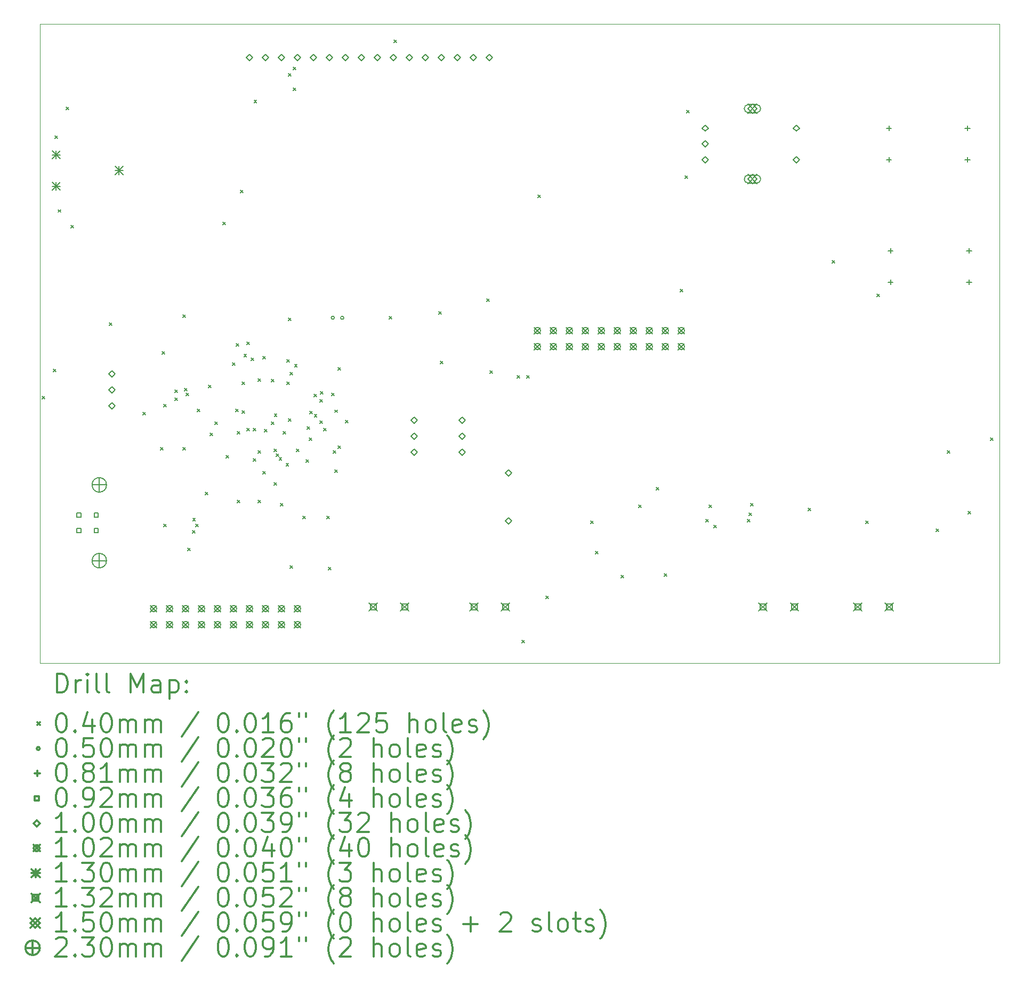
<source format=gbr>
%FSLAX45Y45*%
G04 Gerber Fmt 4.5, Leading zero omitted, Abs format (unit mm)*
G04 Created by KiCad (PCBNEW 4.0.7-e2-6376~58~ubuntu16.04.1) date Tue Apr 16 15:45:25 2019*
%MOMM*%
%LPD*%
G01*
G04 APERTURE LIST*
%ADD10C,0.127000*%
%ADD11C,0.100000*%
%ADD12C,0.200000*%
%ADD13C,0.300000*%
G04 APERTURE END LIST*
D10*
D11*
X7620000Y-15240000D02*
X7620000Y-5080000D01*
X22860000Y-15240000D02*
X7620000Y-15240000D01*
X22860000Y-5080000D02*
X22860000Y-15240000D01*
X7620000Y-5080000D02*
X22860000Y-5080000D01*
D12*
X7650799Y-11003600D02*
X7690799Y-11043600D01*
X7690799Y-11003600D02*
X7650799Y-11043600D01*
X7828600Y-10571800D02*
X7868600Y-10611800D01*
X7868600Y-10571800D02*
X7828600Y-10611800D01*
X7854000Y-6863400D02*
X7894000Y-6903400D01*
X7894000Y-6863400D02*
X7854000Y-6903400D01*
X7908457Y-8035422D02*
X7948457Y-8075422D01*
X7948457Y-8035422D02*
X7908457Y-8075422D01*
X8031800Y-6406200D02*
X8071800Y-6446200D01*
X8071800Y-6406200D02*
X8031800Y-6446200D01*
X8108000Y-8285800D02*
X8148000Y-8325800D01*
X8148000Y-8285800D02*
X8108000Y-8325800D01*
X8717600Y-9835200D02*
X8757600Y-9875200D01*
X8757600Y-9835200D02*
X8717600Y-9875200D01*
X9251000Y-11257600D02*
X9291000Y-11297600D01*
X9291000Y-11257600D02*
X9251000Y-11297600D01*
X9530400Y-11816400D02*
X9570400Y-11856400D01*
X9570400Y-11816400D02*
X9530400Y-11856400D01*
X9555800Y-10292400D02*
X9595800Y-10332400D01*
X9595800Y-10292400D02*
X9555800Y-10332400D01*
X9581200Y-11130600D02*
X9621200Y-11170600D01*
X9621200Y-11130600D02*
X9581200Y-11170600D01*
X9581200Y-13035600D02*
X9621200Y-13075600D01*
X9621200Y-13035600D02*
X9581200Y-13075600D01*
X9759000Y-10902000D02*
X9799000Y-10942000D01*
X9799000Y-10902000D02*
X9759000Y-10942000D01*
X9759000Y-11029000D02*
X9799000Y-11069000D01*
X9799000Y-11029000D02*
X9759000Y-11069000D01*
X9886000Y-9708200D02*
X9926000Y-9748200D01*
X9926000Y-9708200D02*
X9886000Y-9748200D01*
X9886000Y-11816400D02*
X9926000Y-11856400D01*
X9926000Y-11816400D02*
X9886000Y-11856400D01*
X9911400Y-10876600D02*
X9951400Y-10916600D01*
X9951400Y-10876600D02*
X9911400Y-10916600D01*
X9936800Y-10952800D02*
X9976800Y-10992800D01*
X9976800Y-10952800D02*
X9936800Y-10992800D01*
X9962200Y-13416600D02*
X10002200Y-13456600D01*
X10002200Y-13416600D02*
X9962200Y-13456600D01*
X10038215Y-13137384D02*
X10078215Y-13177384D01*
X10078215Y-13137384D02*
X10038215Y-13177384D01*
X10044495Y-12940095D02*
X10084495Y-12980095D01*
X10084495Y-12940095D02*
X10044495Y-12980095D01*
X10089200Y-13035600D02*
X10129200Y-13075600D01*
X10129200Y-13035600D02*
X10089200Y-13075600D01*
X10114600Y-11206800D02*
X10154600Y-11246800D01*
X10154600Y-11206800D02*
X10114600Y-11246800D01*
X10241600Y-12527600D02*
X10281600Y-12567600D01*
X10281600Y-12527600D02*
X10241600Y-12567600D01*
X10292400Y-10825801D02*
X10332400Y-10865801D01*
X10332400Y-10825801D02*
X10292400Y-10865801D01*
X10317800Y-11587800D02*
X10357800Y-11627800D01*
X10357800Y-11587800D02*
X10317800Y-11627800D01*
X10394000Y-11410000D02*
X10434000Y-11450000D01*
X10434000Y-11410000D02*
X10394000Y-11450000D01*
X10521000Y-8235000D02*
X10561000Y-8275000D01*
X10561000Y-8235000D02*
X10521000Y-8275000D01*
X10571800Y-11943400D02*
X10611800Y-11983400D01*
X10611800Y-11943400D02*
X10571800Y-11983400D01*
X10673400Y-10470200D02*
X10713400Y-10510200D01*
X10713400Y-10470200D02*
X10673400Y-10510200D01*
X10724200Y-11206800D02*
X10764200Y-11246800D01*
X10764200Y-11206800D02*
X10724200Y-11246800D01*
X10731998Y-10164633D02*
X10771998Y-10204633D01*
X10771998Y-10164633D02*
X10731998Y-10204633D01*
X10749600Y-11562400D02*
X10789600Y-11602400D01*
X10789600Y-11562400D02*
X10749600Y-11602400D01*
X10749600Y-12654600D02*
X10789600Y-12694600D01*
X10789600Y-12654600D02*
X10749600Y-12694600D01*
X10800400Y-7727000D02*
X10840400Y-7767000D01*
X10840400Y-7727000D02*
X10800400Y-7767000D01*
X10825800Y-11232200D02*
X10865800Y-11272200D01*
X10865800Y-11232200D02*
X10825800Y-11272200D01*
X10825801Y-10775000D02*
X10865801Y-10815000D01*
X10865801Y-10775000D02*
X10825801Y-10815000D01*
X10856525Y-10331314D02*
X10896525Y-10371314D01*
X10896525Y-10331314D02*
X10856525Y-10371314D01*
X10902000Y-10140000D02*
X10942000Y-10180000D01*
X10942000Y-10140000D02*
X10902000Y-10180000D01*
X10902000Y-11511600D02*
X10942000Y-11551600D01*
X10942000Y-11511600D02*
X10902000Y-11551600D01*
X10972298Y-10394000D02*
X11012298Y-10434000D01*
X11012298Y-10394000D02*
X10972298Y-10434000D01*
X11003600Y-11511600D02*
X11043600Y-11551600D01*
X11043600Y-11511600D02*
X11003600Y-11551600D01*
X11003600Y-11994200D02*
X11043600Y-12034200D01*
X11043600Y-11994200D02*
X11003600Y-12034200D01*
X11017299Y-6293641D02*
X11057299Y-6333641D01*
X11057299Y-6293641D02*
X11017299Y-6333641D01*
X11079800Y-10724200D02*
X11119800Y-10764200D01*
X11119800Y-10724200D02*
X11079800Y-10764200D01*
X11079800Y-11867200D02*
X11119800Y-11907200D01*
X11119800Y-11867200D02*
X11079800Y-11907200D01*
X11079800Y-12654600D02*
X11119800Y-12694600D01*
X11119800Y-12654600D02*
X11079800Y-12694600D01*
X11156000Y-10368600D02*
X11196000Y-10408600D01*
X11196000Y-10368600D02*
X11156000Y-10408600D01*
X11156000Y-12197400D02*
X11196000Y-12237400D01*
X11196000Y-12197400D02*
X11156000Y-12237400D01*
X11181156Y-11525055D02*
X11221156Y-11565055D01*
X11221156Y-11525055D02*
X11181156Y-11565055D01*
X11294701Y-10734160D02*
X11334701Y-10774160D01*
X11334701Y-10734160D02*
X11294701Y-10774160D01*
X11294701Y-11410000D02*
X11334701Y-11450000D01*
X11334701Y-11410000D02*
X11294701Y-11450000D01*
X11333800Y-11841800D02*
X11373800Y-11881800D01*
X11373800Y-11841800D02*
X11333800Y-11881800D01*
X11333800Y-12375200D02*
X11373800Y-12415200D01*
X11373800Y-12375200D02*
X11333800Y-12415200D01*
X11339702Y-11283000D02*
X11379702Y-11323000D01*
X11379702Y-11283000D02*
X11339702Y-11323000D01*
X11367924Y-11914159D02*
X11407924Y-11954159D01*
X11407924Y-11914159D02*
X11367924Y-11954159D01*
X11416734Y-11977544D02*
X11456734Y-12017544D01*
X11456734Y-11977544D02*
X11416734Y-12017544D01*
X11435400Y-12705400D02*
X11475400Y-12745400D01*
X11475400Y-12705400D02*
X11435400Y-12745400D01*
X11480298Y-11563945D02*
X11520298Y-11603945D01*
X11520298Y-11563945D02*
X11480298Y-11603945D01*
X11525299Y-12070400D02*
X11565299Y-12110400D01*
X11565299Y-12070400D02*
X11525299Y-12110400D01*
X11537000Y-10419401D02*
X11577000Y-10459401D01*
X11577000Y-10419401D02*
X11537000Y-10459401D01*
X11537000Y-10775000D02*
X11577000Y-10815000D01*
X11577000Y-10775000D02*
X11537000Y-10815000D01*
X11562400Y-5872800D02*
X11602400Y-5912800D01*
X11602400Y-5872800D02*
X11562400Y-5912800D01*
X11562400Y-9759000D02*
X11602400Y-9799000D01*
X11602400Y-9759000D02*
X11562400Y-9799000D01*
X11562400Y-11359200D02*
X11602400Y-11399200D01*
X11602400Y-11359200D02*
X11562400Y-11399200D01*
X11587800Y-13696000D02*
X11627800Y-13736000D01*
X11627800Y-13696000D02*
X11587800Y-13736000D01*
X11591761Y-10623673D02*
X11631761Y-10663673D01*
X11631761Y-10623673D02*
X11591761Y-10663673D01*
X11638600Y-5771200D02*
X11678600Y-5811200D01*
X11678600Y-5771200D02*
X11638600Y-5811200D01*
X11638600Y-6101400D02*
X11678600Y-6141400D01*
X11678600Y-6101400D02*
X11638600Y-6141400D01*
X11662000Y-10495600D02*
X11702000Y-10535600D01*
X11702000Y-10495600D02*
X11662000Y-10535600D01*
X11689400Y-11841800D02*
X11729400Y-11881800D01*
X11729400Y-11841800D02*
X11689400Y-11881800D01*
X11791000Y-12908600D02*
X11831000Y-12948600D01*
X11831000Y-12908600D02*
X11791000Y-12948600D01*
X11844495Y-12007436D02*
X11884495Y-12047436D01*
X11884495Y-12007436D02*
X11844495Y-12047436D01*
X11863040Y-11485270D02*
X11903040Y-11525270D01*
X11903040Y-11485270D02*
X11863040Y-11525270D01*
X11892600Y-11664001D02*
X11932600Y-11704001D01*
X11932600Y-11664001D02*
X11892600Y-11704001D01*
X11901762Y-11239252D02*
X11941762Y-11279252D01*
X11941762Y-11239252D02*
X11901762Y-11279252D01*
X11968800Y-10968101D02*
X12008800Y-11008101D01*
X12008800Y-10968101D02*
X11968800Y-11008101D01*
X11974288Y-11288347D02*
X12014288Y-11328347D01*
X12014288Y-11288347D02*
X11974288Y-11328347D01*
X12062354Y-11052401D02*
X12102354Y-11092401D01*
X12102354Y-11052401D02*
X12062354Y-11092401D01*
X12064977Y-11392366D02*
X12104977Y-11432366D01*
X12104977Y-11392366D02*
X12064977Y-11432366D01*
X12070400Y-10927400D02*
X12110400Y-10967400D01*
X12110400Y-10927400D02*
X12070400Y-10967400D01*
X12121200Y-11511600D02*
X12161200Y-11551600D01*
X12161200Y-11511600D02*
X12121200Y-11551600D01*
X12172000Y-12908600D02*
X12212000Y-12948600D01*
X12212000Y-12908600D02*
X12172000Y-12948600D01*
X12197400Y-13721400D02*
X12237400Y-13761400D01*
X12237400Y-13721400D02*
X12197400Y-13761400D01*
X12248200Y-10952800D02*
X12288200Y-10992800D01*
X12288200Y-10952800D02*
X12248200Y-10992800D01*
X12273600Y-11867200D02*
X12313600Y-11907200D01*
X12313600Y-11867200D02*
X12273600Y-11907200D01*
X12299000Y-11218501D02*
X12339000Y-11258501D01*
X12339000Y-11218501D02*
X12299000Y-11258501D01*
X12299000Y-12172000D02*
X12339000Y-12212000D01*
X12339000Y-12172000D02*
X12299000Y-12212000D01*
X12349800Y-10546400D02*
X12389800Y-10586400D01*
X12389800Y-10546400D02*
X12349800Y-10586400D01*
X12349800Y-11791000D02*
X12389800Y-11831000D01*
X12389800Y-11791000D02*
X12349800Y-11831000D01*
X12470961Y-11382859D02*
X12510961Y-11422859D01*
X12510961Y-11382859D02*
X12470961Y-11422859D01*
X13162600Y-9733600D02*
X13202600Y-9773600D01*
X13202600Y-9733600D02*
X13162600Y-9773600D01*
X13238800Y-5339400D02*
X13278800Y-5379400D01*
X13278800Y-5339400D02*
X13238800Y-5379400D01*
X13950000Y-9657400D02*
X13990000Y-9697400D01*
X13990000Y-9657400D02*
X13950000Y-9697400D01*
X13975400Y-10444800D02*
X14015400Y-10484800D01*
X14015400Y-10444800D02*
X13975400Y-10484800D01*
X14712000Y-9454200D02*
X14752000Y-9494200D01*
X14752000Y-9454200D02*
X14712000Y-9494200D01*
X14762800Y-10597200D02*
X14802800Y-10637200D01*
X14802800Y-10597200D02*
X14762800Y-10637200D01*
X15194600Y-10673400D02*
X15234600Y-10713400D01*
X15234600Y-10673400D02*
X15194600Y-10713400D01*
X15270800Y-14879500D02*
X15310800Y-14919500D01*
X15310800Y-14879500D02*
X15270800Y-14919500D01*
X15347000Y-10673400D02*
X15387000Y-10713400D01*
X15387000Y-10673400D02*
X15347000Y-10713400D01*
X15524800Y-7803200D02*
X15564800Y-7843200D01*
X15564800Y-7803200D02*
X15524800Y-7843200D01*
X15651800Y-14178600D02*
X15691800Y-14218600D01*
X15691800Y-14178600D02*
X15651800Y-14218600D01*
X16363000Y-12984800D02*
X16403000Y-13024800D01*
X16403000Y-12984800D02*
X16363000Y-13024800D01*
X16439200Y-13467400D02*
X16479200Y-13507400D01*
X16479200Y-13467400D02*
X16439200Y-13507400D01*
X16845600Y-13848400D02*
X16885600Y-13888400D01*
X16885600Y-13848400D02*
X16845600Y-13888400D01*
X17125000Y-12730800D02*
X17165000Y-12770800D01*
X17165000Y-12730800D02*
X17125000Y-12770800D01*
X17404400Y-12451400D02*
X17444400Y-12491400D01*
X17444400Y-12451400D02*
X17404400Y-12491400D01*
X17531400Y-13823000D02*
X17571400Y-13863000D01*
X17571400Y-13823000D02*
X17531400Y-13863000D01*
X17785400Y-9303200D02*
X17825400Y-9343200D01*
X17825400Y-9303200D02*
X17785400Y-9343200D01*
X17861600Y-7498400D02*
X17901600Y-7538400D01*
X17901600Y-7498400D02*
X17861600Y-7538400D01*
X17887000Y-6457000D02*
X17927000Y-6497000D01*
X17927000Y-6457000D02*
X17887000Y-6497000D01*
X18194100Y-12960400D02*
X18234100Y-13000400D01*
X18234100Y-12960400D02*
X18194100Y-13000400D01*
X18242600Y-12730800D02*
X18282600Y-12770800D01*
X18282600Y-12730800D02*
X18242600Y-12770800D01*
X18318800Y-13049300D02*
X18358800Y-13089300D01*
X18358800Y-13049300D02*
X18318800Y-13089300D01*
X18852200Y-12959400D02*
X18892200Y-12999400D01*
X18892200Y-12959400D02*
X18852200Y-12999400D01*
X18877600Y-12857800D02*
X18917600Y-12897800D01*
X18917600Y-12857800D02*
X18877600Y-12897800D01*
X18903000Y-12705400D02*
X18943000Y-12745400D01*
X18943000Y-12705400D02*
X18903000Y-12745400D01*
X19817400Y-12781600D02*
X19857400Y-12821600D01*
X19857400Y-12781600D02*
X19817400Y-12821600D01*
X20198400Y-8844600D02*
X20238400Y-8884600D01*
X20238400Y-8844600D02*
X20198400Y-8884600D01*
X20731800Y-12984800D02*
X20771800Y-13024800D01*
X20771800Y-12984800D02*
X20731800Y-13024800D01*
X20909600Y-9378000D02*
X20949600Y-9418000D01*
X20949600Y-9378000D02*
X20909600Y-9418000D01*
X21849400Y-13111800D02*
X21889400Y-13151800D01*
X21889400Y-13111800D02*
X21849400Y-13151800D01*
X22027200Y-11867200D02*
X22067200Y-11907200D01*
X22067200Y-11867200D02*
X22027200Y-11907200D01*
X22357400Y-12832400D02*
X22397400Y-12872400D01*
X22397400Y-12832400D02*
X22357400Y-12872400D01*
X22713000Y-11664000D02*
X22753000Y-11704000D01*
X22753000Y-11664000D02*
X22713000Y-11704000D01*
X12293200Y-9753600D02*
G75*
G03X12293200Y-9753600I-25000J0D01*
G01*
X12443200Y-9753600D02*
G75*
G03X12443200Y-9753600I-25000J0D01*
G01*
X21102000Y-6698360D02*
X21102000Y-6779640D01*
X21061360Y-6739000D02*
X21142640Y-6739000D01*
X21102000Y-7198360D02*
X21102000Y-7279640D01*
X21061360Y-7239000D02*
X21142640Y-7239000D01*
X21127400Y-8646160D02*
X21127400Y-8727440D01*
X21086760Y-8686800D02*
X21168040Y-8686800D01*
X21127400Y-9146160D02*
X21127400Y-9227440D01*
X21086760Y-9186800D02*
X21168040Y-9186800D01*
X22352000Y-6698360D02*
X22352000Y-6779640D01*
X22311360Y-6739000D02*
X22392640Y-6739000D01*
X22352000Y-7198360D02*
X22352000Y-7279640D01*
X22311360Y-7239000D02*
X22392640Y-7239000D01*
X22377400Y-8646160D02*
X22377400Y-8727440D01*
X22336760Y-8686800D02*
X22418040Y-8686800D01*
X22377400Y-9146160D02*
X22377400Y-9227440D01*
X22336760Y-9186800D02*
X22418040Y-9186800D01*
X8268327Y-12919927D02*
X8268327Y-12854873D01*
X8203273Y-12854873D01*
X8203273Y-12919927D01*
X8268327Y-12919927D01*
X8268327Y-13169927D02*
X8268327Y-13104873D01*
X8203273Y-13104873D01*
X8203273Y-13169927D01*
X8268327Y-13169927D01*
X8543327Y-12919927D02*
X8543327Y-12854873D01*
X8478273Y-12854873D01*
X8478273Y-12919927D01*
X8543327Y-12919927D01*
X8543327Y-13169927D02*
X8543327Y-13104873D01*
X8478273Y-13104873D01*
X8478273Y-13169927D01*
X8543327Y-13169927D01*
X8763000Y-10692600D02*
X8813000Y-10642600D01*
X8763000Y-10592600D01*
X8713000Y-10642600D01*
X8763000Y-10692600D01*
X8763000Y-10946600D02*
X8813000Y-10896600D01*
X8763000Y-10846600D01*
X8713000Y-10896600D01*
X8763000Y-10946600D01*
X8763000Y-11200600D02*
X8813000Y-11150600D01*
X8763000Y-11100600D01*
X8713000Y-11150600D01*
X8763000Y-11200600D01*
X10947400Y-5663400D02*
X10997400Y-5613400D01*
X10947400Y-5563400D01*
X10897400Y-5613400D01*
X10947400Y-5663400D01*
X11201400Y-5663400D02*
X11251400Y-5613400D01*
X11201400Y-5563400D01*
X11151400Y-5613400D01*
X11201400Y-5663400D01*
X11455400Y-5663400D02*
X11505400Y-5613400D01*
X11455400Y-5563400D01*
X11405400Y-5613400D01*
X11455400Y-5663400D01*
X11709400Y-5663400D02*
X11759400Y-5613400D01*
X11709400Y-5563400D01*
X11659400Y-5613400D01*
X11709400Y-5663400D01*
X11963400Y-5663400D02*
X12013400Y-5613400D01*
X11963400Y-5563400D01*
X11913400Y-5613400D01*
X11963400Y-5663400D01*
X12217400Y-5663400D02*
X12267400Y-5613400D01*
X12217400Y-5563400D01*
X12167400Y-5613400D01*
X12217400Y-5663400D01*
X12471400Y-5663400D02*
X12521400Y-5613400D01*
X12471400Y-5563400D01*
X12421400Y-5613400D01*
X12471400Y-5663400D01*
X12725400Y-5663400D02*
X12775400Y-5613400D01*
X12725400Y-5563400D01*
X12675400Y-5613400D01*
X12725400Y-5663400D01*
X12979400Y-5663400D02*
X13029400Y-5613400D01*
X12979400Y-5563400D01*
X12929400Y-5613400D01*
X12979400Y-5663400D01*
X13233400Y-5663400D02*
X13283400Y-5613400D01*
X13233400Y-5563400D01*
X13183400Y-5613400D01*
X13233400Y-5663400D01*
X13487400Y-5663400D02*
X13537400Y-5613400D01*
X13487400Y-5563400D01*
X13437400Y-5613400D01*
X13487400Y-5663400D01*
X13558886Y-11429200D02*
X13608886Y-11379200D01*
X13558886Y-11329200D01*
X13508886Y-11379200D01*
X13558886Y-11429200D01*
X13558886Y-11683200D02*
X13608886Y-11633200D01*
X13558886Y-11583200D01*
X13508886Y-11633200D01*
X13558886Y-11683200D01*
X13558886Y-11937200D02*
X13608886Y-11887200D01*
X13558886Y-11837200D01*
X13508886Y-11887200D01*
X13558886Y-11937200D01*
X13741400Y-5663400D02*
X13791400Y-5613400D01*
X13741400Y-5563400D01*
X13691400Y-5613400D01*
X13741400Y-5663400D01*
X13995400Y-5663400D02*
X14045400Y-5613400D01*
X13995400Y-5563400D01*
X13945400Y-5613400D01*
X13995400Y-5663400D01*
X14249400Y-5663400D02*
X14299400Y-5613400D01*
X14249400Y-5563400D01*
X14199400Y-5613400D01*
X14249400Y-5663400D01*
X14325600Y-11429200D02*
X14375600Y-11379200D01*
X14325600Y-11329200D01*
X14275600Y-11379200D01*
X14325600Y-11429200D01*
X14325600Y-11683200D02*
X14375600Y-11633200D01*
X14325600Y-11583200D01*
X14275600Y-11633200D01*
X14325600Y-11683200D01*
X14325600Y-11937200D02*
X14375600Y-11887200D01*
X14325600Y-11837200D01*
X14275600Y-11887200D01*
X14325600Y-11937200D01*
X14503400Y-5663400D02*
X14553400Y-5613400D01*
X14503400Y-5563400D01*
X14453400Y-5613400D01*
X14503400Y-5663400D01*
X14757400Y-5663400D02*
X14807400Y-5613400D01*
X14757400Y-5563400D01*
X14707400Y-5613400D01*
X14757400Y-5663400D01*
X15062200Y-12269400D02*
X15112200Y-12219400D01*
X15062200Y-12169400D01*
X15012200Y-12219400D01*
X15062200Y-12269400D01*
X15062200Y-13029400D02*
X15112200Y-12979400D01*
X15062200Y-12929400D01*
X15012200Y-12979400D01*
X15062200Y-13029400D01*
X18184200Y-6789000D02*
X18234200Y-6739000D01*
X18184200Y-6689000D01*
X18134200Y-6739000D01*
X18184200Y-6789000D01*
X18184200Y-7039000D02*
X18234200Y-6989000D01*
X18184200Y-6939000D01*
X18134200Y-6989000D01*
X18184200Y-7039000D01*
X18184200Y-7289000D02*
X18234200Y-7239000D01*
X18184200Y-7189000D01*
X18134200Y-7239000D01*
X18184200Y-7289000D01*
X19634200Y-6789000D02*
X19684200Y-6739000D01*
X19634200Y-6689000D01*
X19584200Y-6739000D01*
X19634200Y-6789000D01*
X19634200Y-7289000D02*
X19684200Y-7239000D01*
X19634200Y-7189000D01*
X19584200Y-7239000D01*
X19634200Y-7289000D01*
X9372600Y-14325600D02*
X9474200Y-14427200D01*
X9474200Y-14325600D02*
X9372600Y-14427200D01*
X9474200Y-14376400D02*
G75*
G03X9474200Y-14376400I-50800J0D01*
G01*
X9372600Y-14579600D02*
X9474200Y-14681200D01*
X9474200Y-14579600D02*
X9372600Y-14681200D01*
X9474200Y-14630400D02*
G75*
G03X9474200Y-14630400I-50800J0D01*
G01*
X9626600Y-14325600D02*
X9728200Y-14427200D01*
X9728200Y-14325600D02*
X9626600Y-14427200D01*
X9728200Y-14376400D02*
G75*
G03X9728200Y-14376400I-50800J0D01*
G01*
X9626600Y-14579600D02*
X9728200Y-14681200D01*
X9728200Y-14579600D02*
X9626600Y-14681200D01*
X9728200Y-14630400D02*
G75*
G03X9728200Y-14630400I-50800J0D01*
G01*
X9880600Y-14325600D02*
X9982200Y-14427200D01*
X9982200Y-14325600D02*
X9880600Y-14427200D01*
X9982200Y-14376400D02*
G75*
G03X9982200Y-14376400I-50800J0D01*
G01*
X9880600Y-14579600D02*
X9982200Y-14681200D01*
X9982200Y-14579600D02*
X9880600Y-14681200D01*
X9982200Y-14630400D02*
G75*
G03X9982200Y-14630400I-50800J0D01*
G01*
X10134600Y-14325600D02*
X10236200Y-14427200D01*
X10236200Y-14325600D02*
X10134600Y-14427200D01*
X10236200Y-14376400D02*
G75*
G03X10236200Y-14376400I-50800J0D01*
G01*
X10134600Y-14579600D02*
X10236200Y-14681200D01*
X10236200Y-14579600D02*
X10134600Y-14681200D01*
X10236200Y-14630400D02*
G75*
G03X10236200Y-14630400I-50800J0D01*
G01*
X10388600Y-14325600D02*
X10490200Y-14427200D01*
X10490200Y-14325600D02*
X10388600Y-14427200D01*
X10490200Y-14376400D02*
G75*
G03X10490200Y-14376400I-50800J0D01*
G01*
X10388600Y-14579600D02*
X10490200Y-14681200D01*
X10490200Y-14579600D02*
X10388600Y-14681200D01*
X10490200Y-14630400D02*
G75*
G03X10490200Y-14630400I-50800J0D01*
G01*
X10642600Y-14325600D02*
X10744200Y-14427200D01*
X10744200Y-14325600D02*
X10642600Y-14427200D01*
X10744200Y-14376400D02*
G75*
G03X10744200Y-14376400I-50800J0D01*
G01*
X10642600Y-14579600D02*
X10744200Y-14681200D01*
X10744200Y-14579600D02*
X10642600Y-14681200D01*
X10744200Y-14630400D02*
G75*
G03X10744200Y-14630400I-50800J0D01*
G01*
X10896600Y-14325600D02*
X10998200Y-14427200D01*
X10998200Y-14325600D02*
X10896600Y-14427200D01*
X10998200Y-14376400D02*
G75*
G03X10998200Y-14376400I-50800J0D01*
G01*
X10896600Y-14579600D02*
X10998200Y-14681200D01*
X10998200Y-14579600D02*
X10896600Y-14681200D01*
X10998200Y-14630400D02*
G75*
G03X10998200Y-14630400I-50800J0D01*
G01*
X11150600Y-14325600D02*
X11252200Y-14427200D01*
X11252200Y-14325600D02*
X11150600Y-14427200D01*
X11252200Y-14376400D02*
G75*
G03X11252200Y-14376400I-50800J0D01*
G01*
X11150600Y-14579600D02*
X11252200Y-14681200D01*
X11252200Y-14579600D02*
X11150600Y-14681200D01*
X11252200Y-14630400D02*
G75*
G03X11252200Y-14630400I-50800J0D01*
G01*
X11404600Y-14325600D02*
X11506200Y-14427200D01*
X11506200Y-14325600D02*
X11404600Y-14427200D01*
X11506200Y-14376400D02*
G75*
G03X11506200Y-14376400I-50800J0D01*
G01*
X11404600Y-14579600D02*
X11506200Y-14681200D01*
X11506200Y-14579600D02*
X11404600Y-14681200D01*
X11506200Y-14630400D02*
G75*
G03X11506200Y-14630400I-50800J0D01*
G01*
X11658600Y-14325600D02*
X11760200Y-14427200D01*
X11760200Y-14325600D02*
X11658600Y-14427200D01*
X11760200Y-14376400D02*
G75*
G03X11760200Y-14376400I-50800J0D01*
G01*
X11658600Y-14579600D02*
X11760200Y-14681200D01*
X11760200Y-14579600D02*
X11658600Y-14681200D01*
X11760200Y-14630400D02*
G75*
G03X11760200Y-14630400I-50800J0D01*
G01*
X15468600Y-9906000D02*
X15570200Y-10007600D01*
X15570200Y-9906000D02*
X15468600Y-10007600D01*
X15570200Y-9956800D02*
G75*
G03X15570200Y-9956800I-50800J0D01*
G01*
X15468600Y-10160000D02*
X15570200Y-10261600D01*
X15570200Y-10160000D02*
X15468600Y-10261600D01*
X15570200Y-10210800D02*
G75*
G03X15570200Y-10210800I-50800J0D01*
G01*
X15722600Y-9906000D02*
X15824200Y-10007600D01*
X15824200Y-9906000D02*
X15722600Y-10007600D01*
X15824200Y-9956800D02*
G75*
G03X15824200Y-9956800I-50800J0D01*
G01*
X15722600Y-10160000D02*
X15824200Y-10261600D01*
X15824200Y-10160000D02*
X15722600Y-10261600D01*
X15824200Y-10210800D02*
G75*
G03X15824200Y-10210800I-50800J0D01*
G01*
X15976600Y-9906000D02*
X16078200Y-10007600D01*
X16078200Y-9906000D02*
X15976600Y-10007600D01*
X16078200Y-9956800D02*
G75*
G03X16078200Y-9956800I-50800J0D01*
G01*
X15976600Y-10160000D02*
X16078200Y-10261600D01*
X16078200Y-10160000D02*
X15976600Y-10261600D01*
X16078200Y-10210800D02*
G75*
G03X16078200Y-10210800I-50800J0D01*
G01*
X16230600Y-9906000D02*
X16332200Y-10007600D01*
X16332200Y-9906000D02*
X16230600Y-10007600D01*
X16332200Y-9956800D02*
G75*
G03X16332200Y-9956800I-50800J0D01*
G01*
X16230600Y-10160000D02*
X16332200Y-10261600D01*
X16332200Y-10160000D02*
X16230600Y-10261600D01*
X16332200Y-10210800D02*
G75*
G03X16332200Y-10210800I-50800J0D01*
G01*
X16484600Y-9906000D02*
X16586200Y-10007600D01*
X16586200Y-9906000D02*
X16484600Y-10007600D01*
X16586200Y-9956800D02*
G75*
G03X16586200Y-9956800I-50800J0D01*
G01*
X16484600Y-10160000D02*
X16586200Y-10261600D01*
X16586200Y-10160000D02*
X16484600Y-10261600D01*
X16586200Y-10210800D02*
G75*
G03X16586200Y-10210800I-50800J0D01*
G01*
X16738600Y-9906000D02*
X16840200Y-10007600D01*
X16840200Y-9906000D02*
X16738600Y-10007600D01*
X16840200Y-9956800D02*
G75*
G03X16840200Y-9956800I-50800J0D01*
G01*
X16738600Y-10160000D02*
X16840200Y-10261600D01*
X16840200Y-10160000D02*
X16738600Y-10261600D01*
X16840200Y-10210800D02*
G75*
G03X16840200Y-10210800I-50800J0D01*
G01*
X16992600Y-9906000D02*
X17094200Y-10007600D01*
X17094200Y-9906000D02*
X16992600Y-10007600D01*
X17094200Y-9956800D02*
G75*
G03X17094200Y-9956800I-50800J0D01*
G01*
X16992600Y-10160000D02*
X17094200Y-10261600D01*
X17094200Y-10160000D02*
X16992600Y-10261600D01*
X17094200Y-10210800D02*
G75*
G03X17094200Y-10210800I-50800J0D01*
G01*
X17246600Y-9906000D02*
X17348200Y-10007600D01*
X17348200Y-9906000D02*
X17246600Y-10007600D01*
X17348200Y-9956800D02*
G75*
G03X17348200Y-9956800I-50800J0D01*
G01*
X17246600Y-10160000D02*
X17348200Y-10261600D01*
X17348200Y-10160000D02*
X17246600Y-10261600D01*
X17348200Y-10210800D02*
G75*
G03X17348200Y-10210800I-50800J0D01*
G01*
X17500600Y-9906000D02*
X17602200Y-10007600D01*
X17602200Y-9906000D02*
X17500600Y-10007600D01*
X17602200Y-9956800D02*
G75*
G03X17602200Y-9956800I-50800J0D01*
G01*
X17500600Y-10160000D02*
X17602200Y-10261600D01*
X17602200Y-10160000D02*
X17500600Y-10261600D01*
X17602200Y-10210800D02*
G75*
G03X17602200Y-10210800I-50800J0D01*
G01*
X17754600Y-9906000D02*
X17856200Y-10007600D01*
X17856200Y-9906000D02*
X17754600Y-10007600D01*
X17856200Y-9956800D02*
G75*
G03X17856200Y-9956800I-50800J0D01*
G01*
X17754600Y-10160000D02*
X17856200Y-10261600D01*
X17856200Y-10160000D02*
X17754600Y-10261600D01*
X17856200Y-10210800D02*
G75*
G03X17856200Y-10210800I-50800J0D01*
G01*
X7809000Y-7097800D02*
X7939000Y-7227800D01*
X7939000Y-7097800D02*
X7809000Y-7227800D01*
X7874000Y-7097800D02*
X7874000Y-7227800D01*
X7809000Y-7162800D02*
X7939000Y-7162800D01*
X7809000Y-7597800D02*
X7939000Y-7727800D01*
X7939000Y-7597800D02*
X7809000Y-7727800D01*
X7874000Y-7597800D02*
X7874000Y-7727800D01*
X7809000Y-7662800D02*
X7939000Y-7662800D01*
X8809000Y-7347800D02*
X8939000Y-7477800D01*
X8939000Y-7347800D02*
X8809000Y-7477800D01*
X8874000Y-7347800D02*
X8874000Y-7477800D01*
X8809000Y-7412800D02*
X8939000Y-7412800D01*
X12845200Y-14285000D02*
X12977200Y-14417000D01*
X12977200Y-14285000D02*
X12845200Y-14417000D01*
X12957869Y-14397669D02*
X12957869Y-14304330D01*
X12864530Y-14304330D01*
X12864530Y-14397669D01*
X12957869Y-14397669D01*
X13345200Y-14285000D02*
X13477200Y-14417000D01*
X13477200Y-14285000D02*
X13345200Y-14417000D01*
X13457869Y-14397669D02*
X13457869Y-14304330D01*
X13364530Y-14304330D01*
X13364530Y-14397669D01*
X13457869Y-14397669D01*
X14445400Y-14285000D02*
X14577400Y-14417000D01*
X14577400Y-14285000D02*
X14445400Y-14417000D01*
X14558069Y-14397669D02*
X14558069Y-14304330D01*
X14464730Y-14304330D01*
X14464730Y-14397669D01*
X14558069Y-14397669D01*
X14945400Y-14285000D02*
X15077400Y-14417000D01*
X15077400Y-14285000D02*
X14945400Y-14417000D01*
X15058069Y-14397669D02*
X15058069Y-14304330D01*
X14964730Y-14304330D01*
X14964730Y-14397669D01*
X15058069Y-14397669D01*
X19034800Y-14285000D02*
X19166800Y-14417000D01*
X19166800Y-14285000D02*
X19034800Y-14417000D01*
X19147470Y-14397669D02*
X19147470Y-14304330D01*
X19054131Y-14304330D01*
X19054131Y-14397669D01*
X19147470Y-14397669D01*
X19534800Y-14285000D02*
X19666800Y-14417000D01*
X19666800Y-14285000D02*
X19534800Y-14417000D01*
X19647470Y-14397669D02*
X19647470Y-14304330D01*
X19554131Y-14304330D01*
X19554131Y-14397669D01*
X19647470Y-14397669D01*
X20541400Y-14285000D02*
X20673400Y-14417000D01*
X20673400Y-14285000D02*
X20541400Y-14417000D01*
X20654070Y-14397669D02*
X20654070Y-14304330D01*
X20560731Y-14304330D01*
X20560731Y-14397669D01*
X20654070Y-14397669D01*
X21041400Y-14285000D02*
X21173400Y-14417000D01*
X21173400Y-14285000D02*
X21041400Y-14417000D01*
X21154070Y-14397669D02*
X21154070Y-14304330D01*
X21060731Y-14304330D01*
X21060731Y-14397669D01*
X21154070Y-14397669D01*
X18859200Y-6354000D02*
X19009200Y-6504000D01*
X19009200Y-6354000D02*
X18859200Y-6504000D01*
X18934200Y-6504000D02*
X19009200Y-6429000D01*
X18934200Y-6354000D01*
X18859200Y-6429000D01*
X18934200Y-6504000D01*
X18869200Y-6494000D02*
X18999200Y-6494000D01*
X18869200Y-6364000D02*
X18999200Y-6364000D01*
X18999200Y-6494000D02*
G75*
G03X18999200Y-6364000I0J65000D01*
G01*
X18869200Y-6364000D02*
G75*
G03X18869200Y-6494000I0J-65000D01*
G01*
X18859200Y-7474000D02*
X19009200Y-7624000D01*
X19009200Y-7474000D02*
X18859200Y-7624000D01*
X18934200Y-7624000D02*
X19009200Y-7549000D01*
X18934200Y-7474000D01*
X18859200Y-7549000D01*
X18934200Y-7624000D01*
X18869200Y-7614000D02*
X18999200Y-7614000D01*
X18869200Y-7484000D02*
X18999200Y-7484000D01*
X18999200Y-7614000D02*
G75*
G03X18999200Y-7484000I0J65000D01*
G01*
X18869200Y-7484000D02*
G75*
G03X18869200Y-7614000I0J-65000D01*
G01*
X8559800Y-12295400D02*
X8559800Y-12525400D01*
X8444800Y-12410400D02*
X8674800Y-12410400D01*
X8674800Y-12410400D02*
G75*
G03X8674800Y-12410400I-115000J0D01*
G01*
X8559800Y-13499400D02*
X8559800Y-13729400D01*
X8444800Y-13614400D02*
X8674800Y-13614400D01*
X8674800Y-13614400D02*
G75*
G03X8674800Y-13614400I-115000J0D01*
G01*
D13*
X7886428Y-15710714D02*
X7886428Y-15410714D01*
X7957857Y-15410714D01*
X8000714Y-15425000D01*
X8029286Y-15453571D01*
X8043571Y-15482143D01*
X8057857Y-15539286D01*
X8057857Y-15582143D01*
X8043571Y-15639286D01*
X8029286Y-15667857D01*
X8000714Y-15696429D01*
X7957857Y-15710714D01*
X7886428Y-15710714D01*
X8186428Y-15710714D02*
X8186428Y-15510714D01*
X8186428Y-15567857D02*
X8200714Y-15539286D01*
X8215000Y-15525000D01*
X8243571Y-15510714D01*
X8272143Y-15510714D01*
X8372143Y-15710714D02*
X8372143Y-15510714D01*
X8372143Y-15410714D02*
X8357857Y-15425000D01*
X8372143Y-15439286D01*
X8386428Y-15425000D01*
X8372143Y-15410714D01*
X8372143Y-15439286D01*
X8557857Y-15710714D02*
X8529286Y-15696429D01*
X8515000Y-15667857D01*
X8515000Y-15410714D01*
X8715000Y-15710714D02*
X8686429Y-15696429D01*
X8672143Y-15667857D01*
X8672143Y-15410714D01*
X9057857Y-15710714D02*
X9057857Y-15410714D01*
X9157857Y-15625000D01*
X9257857Y-15410714D01*
X9257857Y-15710714D01*
X9529286Y-15710714D02*
X9529286Y-15553571D01*
X9515000Y-15525000D01*
X9486429Y-15510714D01*
X9429286Y-15510714D01*
X9400714Y-15525000D01*
X9529286Y-15696429D02*
X9500714Y-15710714D01*
X9429286Y-15710714D01*
X9400714Y-15696429D01*
X9386429Y-15667857D01*
X9386429Y-15639286D01*
X9400714Y-15610714D01*
X9429286Y-15596429D01*
X9500714Y-15596429D01*
X9529286Y-15582143D01*
X9672143Y-15510714D02*
X9672143Y-15810714D01*
X9672143Y-15525000D02*
X9700714Y-15510714D01*
X9757857Y-15510714D01*
X9786429Y-15525000D01*
X9800714Y-15539286D01*
X9815000Y-15567857D01*
X9815000Y-15653571D01*
X9800714Y-15682143D01*
X9786429Y-15696429D01*
X9757857Y-15710714D01*
X9700714Y-15710714D01*
X9672143Y-15696429D01*
X9943571Y-15682143D02*
X9957857Y-15696429D01*
X9943571Y-15710714D01*
X9929286Y-15696429D01*
X9943571Y-15682143D01*
X9943571Y-15710714D01*
X9943571Y-15525000D02*
X9957857Y-15539286D01*
X9943571Y-15553571D01*
X9929286Y-15539286D01*
X9943571Y-15525000D01*
X9943571Y-15553571D01*
X7575000Y-16185000D02*
X7615000Y-16225000D01*
X7615000Y-16185000D02*
X7575000Y-16225000D01*
X7943571Y-16040714D02*
X7972143Y-16040714D01*
X8000714Y-16055000D01*
X8015000Y-16069286D01*
X8029286Y-16097857D01*
X8043571Y-16155000D01*
X8043571Y-16226429D01*
X8029286Y-16283571D01*
X8015000Y-16312143D01*
X8000714Y-16326429D01*
X7972143Y-16340714D01*
X7943571Y-16340714D01*
X7915000Y-16326429D01*
X7900714Y-16312143D01*
X7886428Y-16283571D01*
X7872143Y-16226429D01*
X7872143Y-16155000D01*
X7886428Y-16097857D01*
X7900714Y-16069286D01*
X7915000Y-16055000D01*
X7943571Y-16040714D01*
X8172143Y-16312143D02*
X8186428Y-16326429D01*
X8172143Y-16340714D01*
X8157857Y-16326429D01*
X8172143Y-16312143D01*
X8172143Y-16340714D01*
X8443571Y-16140714D02*
X8443571Y-16340714D01*
X8372143Y-16026429D02*
X8300714Y-16240714D01*
X8486428Y-16240714D01*
X8657857Y-16040714D02*
X8686429Y-16040714D01*
X8715000Y-16055000D01*
X8729286Y-16069286D01*
X8743571Y-16097857D01*
X8757857Y-16155000D01*
X8757857Y-16226429D01*
X8743571Y-16283571D01*
X8729286Y-16312143D01*
X8715000Y-16326429D01*
X8686429Y-16340714D01*
X8657857Y-16340714D01*
X8629286Y-16326429D01*
X8615000Y-16312143D01*
X8600714Y-16283571D01*
X8586429Y-16226429D01*
X8586429Y-16155000D01*
X8600714Y-16097857D01*
X8615000Y-16069286D01*
X8629286Y-16055000D01*
X8657857Y-16040714D01*
X8886429Y-16340714D02*
X8886429Y-16140714D01*
X8886429Y-16169286D02*
X8900714Y-16155000D01*
X8929286Y-16140714D01*
X8972143Y-16140714D01*
X9000714Y-16155000D01*
X9015000Y-16183571D01*
X9015000Y-16340714D01*
X9015000Y-16183571D02*
X9029286Y-16155000D01*
X9057857Y-16140714D01*
X9100714Y-16140714D01*
X9129286Y-16155000D01*
X9143571Y-16183571D01*
X9143571Y-16340714D01*
X9286429Y-16340714D02*
X9286429Y-16140714D01*
X9286429Y-16169286D02*
X9300714Y-16155000D01*
X9329286Y-16140714D01*
X9372143Y-16140714D01*
X9400714Y-16155000D01*
X9415000Y-16183571D01*
X9415000Y-16340714D01*
X9415000Y-16183571D02*
X9429286Y-16155000D01*
X9457857Y-16140714D01*
X9500714Y-16140714D01*
X9529286Y-16155000D01*
X9543571Y-16183571D01*
X9543571Y-16340714D01*
X10129286Y-16026429D02*
X9872143Y-16412143D01*
X10515000Y-16040714D02*
X10543571Y-16040714D01*
X10572143Y-16055000D01*
X10586428Y-16069286D01*
X10600714Y-16097857D01*
X10615000Y-16155000D01*
X10615000Y-16226429D01*
X10600714Y-16283571D01*
X10586428Y-16312143D01*
X10572143Y-16326429D01*
X10543571Y-16340714D01*
X10515000Y-16340714D01*
X10486428Y-16326429D01*
X10472143Y-16312143D01*
X10457857Y-16283571D01*
X10443571Y-16226429D01*
X10443571Y-16155000D01*
X10457857Y-16097857D01*
X10472143Y-16069286D01*
X10486428Y-16055000D01*
X10515000Y-16040714D01*
X10743571Y-16312143D02*
X10757857Y-16326429D01*
X10743571Y-16340714D01*
X10729286Y-16326429D01*
X10743571Y-16312143D01*
X10743571Y-16340714D01*
X10943571Y-16040714D02*
X10972143Y-16040714D01*
X11000714Y-16055000D01*
X11015000Y-16069286D01*
X11029286Y-16097857D01*
X11043571Y-16155000D01*
X11043571Y-16226429D01*
X11029286Y-16283571D01*
X11015000Y-16312143D01*
X11000714Y-16326429D01*
X10972143Y-16340714D01*
X10943571Y-16340714D01*
X10915000Y-16326429D01*
X10900714Y-16312143D01*
X10886428Y-16283571D01*
X10872143Y-16226429D01*
X10872143Y-16155000D01*
X10886428Y-16097857D01*
X10900714Y-16069286D01*
X10915000Y-16055000D01*
X10943571Y-16040714D01*
X11329285Y-16340714D02*
X11157857Y-16340714D01*
X11243571Y-16340714D02*
X11243571Y-16040714D01*
X11215000Y-16083571D01*
X11186428Y-16112143D01*
X11157857Y-16126429D01*
X11586428Y-16040714D02*
X11529285Y-16040714D01*
X11500714Y-16055000D01*
X11486428Y-16069286D01*
X11457857Y-16112143D01*
X11443571Y-16169286D01*
X11443571Y-16283571D01*
X11457857Y-16312143D01*
X11472143Y-16326429D01*
X11500714Y-16340714D01*
X11557857Y-16340714D01*
X11586428Y-16326429D01*
X11600714Y-16312143D01*
X11615000Y-16283571D01*
X11615000Y-16212143D01*
X11600714Y-16183571D01*
X11586428Y-16169286D01*
X11557857Y-16155000D01*
X11500714Y-16155000D01*
X11472143Y-16169286D01*
X11457857Y-16183571D01*
X11443571Y-16212143D01*
X11729286Y-16040714D02*
X11729286Y-16097857D01*
X11843571Y-16040714D02*
X11843571Y-16097857D01*
X12286428Y-16455000D02*
X12272143Y-16440714D01*
X12243571Y-16397857D01*
X12229285Y-16369286D01*
X12215000Y-16326429D01*
X12200714Y-16255000D01*
X12200714Y-16197857D01*
X12215000Y-16126429D01*
X12229285Y-16083571D01*
X12243571Y-16055000D01*
X12272143Y-16012143D01*
X12286428Y-15997857D01*
X12557857Y-16340714D02*
X12386428Y-16340714D01*
X12472143Y-16340714D02*
X12472143Y-16040714D01*
X12443571Y-16083571D01*
X12415000Y-16112143D01*
X12386428Y-16126429D01*
X12672143Y-16069286D02*
X12686428Y-16055000D01*
X12715000Y-16040714D01*
X12786428Y-16040714D01*
X12815000Y-16055000D01*
X12829285Y-16069286D01*
X12843571Y-16097857D01*
X12843571Y-16126429D01*
X12829285Y-16169286D01*
X12657857Y-16340714D01*
X12843571Y-16340714D01*
X13115000Y-16040714D02*
X12972143Y-16040714D01*
X12957857Y-16183571D01*
X12972143Y-16169286D01*
X13000714Y-16155000D01*
X13072143Y-16155000D01*
X13100714Y-16169286D01*
X13115000Y-16183571D01*
X13129285Y-16212143D01*
X13129285Y-16283571D01*
X13115000Y-16312143D01*
X13100714Y-16326429D01*
X13072143Y-16340714D01*
X13000714Y-16340714D01*
X12972143Y-16326429D01*
X12957857Y-16312143D01*
X13486428Y-16340714D02*
X13486428Y-16040714D01*
X13615000Y-16340714D02*
X13615000Y-16183571D01*
X13600714Y-16155000D01*
X13572143Y-16140714D01*
X13529285Y-16140714D01*
X13500714Y-16155000D01*
X13486428Y-16169286D01*
X13800714Y-16340714D02*
X13772143Y-16326429D01*
X13757857Y-16312143D01*
X13743571Y-16283571D01*
X13743571Y-16197857D01*
X13757857Y-16169286D01*
X13772143Y-16155000D01*
X13800714Y-16140714D01*
X13843571Y-16140714D01*
X13872143Y-16155000D01*
X13886428Y-16169286D01*
X13900714Y-16197857D01*
X13900714Y-16283571D01*
X13886428Y-16312143D01*
X13872143Y-16326429D01*
X13843571Y-16340714D01*
X13800714Y-16340714D01*
X14072143Y-16340714D02*
X14043571Y-16326429D01*
X14029286Y-16297857D01*
X14029286Y-16040714D01*
X14300714Y-16326429D02*
X14272143Y-16340714D01*
X14215000Y-16340714D01*
X14186428Y-16326429D01*
X14172143Y-16297857D01*
X14172143Y-16183571D01*
X14186428Y-16155000D01*
X14215000Y-16140714D01*
X14272143Y-16140714D01*
X14300714Y-16155000D01*
X14315000Y-16183571D01*
X14315000Y-16212143D01*
X14172143Y-16240714D01*
X14429286Y-16326429D02*
X14457857Y-16340714D01*
X14515000Y-16340714D01*
X14543571Y-16326429D01*
X14557857Y-16297857D01*
X14557857Y-16283571D01*
X14543571Y-16255000D01*
X14515000Y-16240714D01*
X14472143Y-16240714D01*
X14443571Y-16226429D01*
X14429286Y-16197857D01*
X14429286Y-16183571D01*
X14443571Y-16155000D01*
X14472143Y-16140714D01*
X14515000Y-16140714D01*
X14543571Y-16155000D01*
X14657857Y-16455000D02*
X14672143Y-16440714D01*
X14700714Y-16397857D01*
X14715000Y-16369286D01*
X14729286Y-16326429D01*
X14743571Y-16255000D01*
X14743571Y-16197857D01*
X14729286Y-16126429D01*
X14715000Y-16083571D01*
X14700714Y-16055000D01*
X14672143Y-16012143D01*
X14657857Y-15997857D01*
X7615000Y-16601000D02*
G75*
G03X7615000Y-16601000I-25000J0D01*
G01*
X7943571Y-16436714D02*
X7972143Y-16436714D01*
X8000714Y-16451000D01*
X8015000Y-16465286D01*
X8029286Y-16493857D01*
X8043571Y-16551000D01*
X8043571Y-16622429D01*
X8029286Y-16679571D01*
X8015000Y-16708143D01*
X8000714Y-16722429D01*
X7972143Y-16736714D01*
X7943571Y-16736714D01*
X7915000Y-16722429D01*
X7900714Y-16708143D01*
X7886428Y-16679571D01*
X7872143Y-16622429D01*
X7872143Y-16551000D01*
X7886428Y-16493857D01*
X7900714Y-16465286D01*
X7915000Y-16451000D01*
X7943571Y-16436714D01*
X8172143Y-16708143D02*
X8186428Y-16722429D01*
X8172143Y-16736714D01*
X8157857Y-16722429D01*
X8172143Y-16708143D01*
X8172143Y-16736714D01*
X8457857Y-16436714D02*
X8315000Y-16436714D01*
X8300714Y-16579571D01*
X8315000Y-16565286D01*
X8343571Y-16551000D01*
X8415000Y-16551000D01*
X8443571Y-16565286D01*
X8457857Y-16579571D01*
X8472143Y-16608143D01*
X8472143Y-16679571D01*
X8457857Y-16708143D01*
X8443571Y-16722429D01*
X8415000Y-16736714D01*
X8343571Y-16736714D01*
X8315000Y-16722429D01*
X8300714Y-16708143D01*
X8657857Y-16436714D02*
X8686429Y-16436714D01*
X8715000Y-16451000D01*
X8729286Y-16465286D01*
X8743571Y-16493857D01*
X8757857Y-16551000D01*
X8757857Y-16622429D01*
X8743571Y-16679571D01*
X8729286Y-16708143D01*
X8715000Y-16722429D01*
X8686429Y-16736714D01*
X8657857Y-16736714D01*
X8629286Y-16722429D01*
X8615000Y-16708143D01*
X8600714Y-16679571D01*
X8586429Y-16622429D01*
X8586429Y-16551000D01*
X8600714Y-16493857D01*
X8615000Y-16465286D01*
X8629286Y-16451000D01*
X8657857Y-16436714D01*
X8886429Y-16736714D02*
X8886429Y-16536714D01*
X8886429Y-16565286D02*
X8900714Y-16551000D01*
X8929286Y-16536714D01*
X8972143Y-16536714D01*
X9000714Y-16551000D01*
X9015000Y-16579571D01*
X9015000Y-16736714D01*
X9015000Y-16579571D02*
X9029286Y-16551000D01*
X9057857Y-16536714D01*
X9100714Y-16536714D01*
X9129286Y-16551000D01*
X9143571Y-16579571D01*
X9143571Y-16736714D01*
X9286429Y-16736714D02*
X9286429Y-16536714D01*
X9286429Y-16565286D02*
X9300714Y-16551000D01*
X9329286Y-16536714D01*
X9372143Y-16536714D01*
X9400714Y-16551000D01*
X9415000Y-16579571D01*
X9415000Y-16736714D01*
X9415000Y-16579571D02*
X9429286Y-16551000D01*
X9457857Y-16536714D01*
X9500714Y-16536714D01*
X9529286Y-16551000D01*
X9543571Y-16579571D01*
X9543571Y-16736714D01*
X10129286Y-16422429D02*
X9872143Y-16808143D01*
X10515000Y-16436714D02*
X10543571Y-16436714D01*
X10572143Y-16451000D01*
X10586428Y-16465286D01*
X10600714Y-16493857D01*
X10615000Y-16551000D01*
X10615000Y-16622429D01*
X10600714Y-16679571D01*
X10586428Y-16708143D01*
X10572143Y-16722429D01*
X10543571Y-16736714D01*
X10515000Y-16736714D01*
X10486428Y-16722429D01*
X10472143Y-16708143D01*
X10457857Y-16679571D01*
X10443571Y-16622429D01*
X10443571Y-16551000D01*
X10457857Y-16493857D01*
X10472143Y-16465286D01*
X10486428Y-16451000D01*
X10515000Y-16436714D01*
X10743571Y-16708143D02*
X10757857Y-16722429D01*
X10743571Y-16736714D01*
X10729286Y-16722429D01*
X10743571Y-16708143D01*
X10743571Y-16736714D01*
X10943571Y-16436714D02*
X10972143Y-16436714D01*
X11000714Y-16451000D01*
X11015000Y-16465286D01*
X11029286Y-16493857D01*
X11043571Y-16551000D01*
X11043571Y-16622429D01*
X11029286Y-16679571D01*
X11015000Y-16708143D01*
X11000714Y-16722429D01*
X10972143Y-16736714D01*
X10943571Y-16736714D01*
X10915000Y-16722429D01*
X10900714Y-16708143D01*
X10886428Y-16679571D01*
X10872143Y-16622429D01*
X10872143Y-16551000D01*
X10886428Y-16493857D01*
X10900714Y-16465286D01*
X10915000Y-16451000D01*
X10943571Y-16436714D01*
X11157857Y-16465286D02*
X11172143Y-16451000D01*
X11200714Y-16436714D01*
X11272143Y-16436714D01*
X11300714Y-16451000D01*
X11315000Y-16465286D01*
X11329285Y-16493857D01*
X11329285Y-16522429D01*
X11315000Y-16565286D01*
X11143571Y-16736714D01*
X11329285Y-16736714D01*
X11515000Y-16436714D02*
X11543571Y-16436714D01*
X11572143Y-16451000D01*
X11586428Y-16465286D01*
X11600714Y-16493857D01*
X11615000Y-16551000D01*
X11615000Y-16622429D01*
X11600714Y-16679571D01*
X11586428Y-16708143D01*
X11572143Y-16722429D01*
X11543571Y-16736714D01*
X11515000Y-16736714D01*
X11486428Y-16722429D01*
X11472143Y-16708143D01*
X11457857Y-16679571D01*
X11443571Y-16622429D01*
X11443571Y-16551000D01*
X11457857Y-16493857D01*
X11472143Y-16465286D01*
X11486428Y-16451000D01*
X11515000Y-16436714D01*
X11729286Y-16436714D02*
X11729286Y-16493857D01*
X11843571Y-16436714D02*
X11843571Y-16493857D01*
X12286428Y-16851000D02*
X12272143Y-16836714D01*
X12243571Y-16793857D01*
X12229285Y-16765286D01*
X12215000Y-16722429D01*
X12200714Y-16651000D01*
X12200714Y-16593857D01*
X12215000Y-16522429D01*
X12229285Y-16479571D01*
X12243571Y-16451000D01*
X12272143Y-16408143D01*
X12286428Y-16393857D01*
X12386428Y-16465286D02*
X12400714Y-16451000D01*
X12429285Y-16436714D01*
X12500714Y-16436714D01*
X12529285Y-16451000D01*
X12543571Y-16465286D01*
X12557857Y-16493857D01*
X12557857Y-16522429D01*
X12543571Y-16565286D01*
X12372143Y-16736714D01*
X12557857Y-16736714D01*
X12915000Y-16736714D02*
X12915000Y-16436714D01*
X13043571Y-16736714D02*
X13043571Y-16579571D01*
X13029285Y-16551000D01*
X13000714Y-16536714D01*
X12957857Y-16536714D01*
X12929285Y-16551000D01*
X12915000Y-16565286D01*
X13229285Y-16736714D02*
X13200714Y-16722429D01*
X13186428Y-16708143D01*
X13172143Y-16679571D01*
X13172143Y-16593857D01*
X13186428Y-16565286D01*
X13200714Y-16551000D01*
X13229285Y-16536714D01*
X13272143Y-16536714D01*
X13300714Y-16551000D01*
X13315000Y-16565286D01*
X13329285Y-16593857D01*
X13329285Y-16679571D01*
X13315000Y-16708143D01*
X13300714Y-16722429D01*
X13272143Y-16736714D01*
X13229285Y-16736714D01*
X13500714Y-16736714D02*
X13472143Y-16722429D01*
X13457857Y-16693857D01*
X13457857Y-16436714D01*
X13729286Y-16722429D02*
X13700714Y-16736714D01*
X13643571Y-16736714D01*
X13615000Y-16722429D01*
X13600714Y-16693857D01*
X13600714Y-16579571D01*
X13615000Y-16551000D01*
X13643571Y-16536714D01*
X13700714Y-16536714D01*
X13729286Y-16551000D01*
X13743571Y-16579571D01*
X13743571Y-16608143D01*
X13600714Y-16636714D01*
X13857857Y-16722429D02*
X13886428Y-16736714D01*
X13943571Y-16736714D01*
X13972143Y-16722429D01*
X13986428Y-16693857D01*
X13986428Y-16679571D01*
X13972143Y-16651000D01*
X13943571Y-16636714D01*
X13900714Y-16636714D01*
X13872143Y-16622429D01*
X13857857Y-16593857D01*
X13857857Y-16579571D01*
X13872143Y-16551000D01*
X13900714Y-16536714D01*
X13943571Y-16536714D01*
X13972143Y-16551000D01*
X14086428Y-16851000D02*
X14100714Y-16836714D01*
X14129286Y-16793857D01*
X14143571Y-16765286D01*
X14157857Y-16722429D01*
X14172143Y-16651000D01*
X14172143Y-16593857D01*
X14157857Y-16522429D01*
X14143571Y-16479571D01*
X14129286Y-16451000D01*
X14100714Y-16408143D01*
X14086428Y-16393857D01*
X7574360Y-16956360D02*
X7574360Y-17037640D01*
X7533720Y-16997000D02*
X7615000Y-16997000D01*
X7943571Y-16832714D02*
X7972143Y-16832714D01*
X8000714Y-16847000D01*
X8015000Y-16861286D01*
X8029286Y-16889857D01*
X8043571Y-16947000D01*
X8043571Y-17018429D01*
X8029286Y-17075572D01*
X8015000Y-17104143D01*
X8000714Y-17118429D01*
X7972143Y-17132714D01*
X7943571Y-17132714D01*
X7915000Y-17118429D01*
X7900714Y-17104143D01*
X7886428Y-17075572D01*
X7872143Y-17018429D01*
X7872143Y-16947000D01*
X7886428Y-16889857D01*
X7900714Y-16861286D01*
X7915000Y-16847000D01*
X7943571Y-16832714D01*
X8172143Y-17104143D02*
X8186428Y-17118429D01*
X8172143Y-17132714D01*
X8157857Y-17118429D01*
X8172143Y-17104143D01*
X8172143Y-17132714D01*
X8357857Y-16961286D02*
X8329286Y-16947000D01*
X8315000Y-16932714D01*
X8300714Y-16904143D01*
X8300714Y-16889857D01*
X8315000Y-16861286D01*
X8329286Y-16847000D01*
X8357857Y-16832714D01*
X8415000Y-16832714D01*
X8443571Y-16847000D01*
X8457857Y-16861286D01*
X8472143Y-16889857D01*
X8472143Y-16904143D01*
X8457857Y-16932714D01*
X8443571Y-16947000D01*
X8415000Y-16961286D01*
X8357857Y-16961286D01*
X8329286Y-16975572D01*
X8315000Y-16989857D01*
X8300714Y-17018429D01*
X8300714Y-17075572D01*
X8315000Y-17104143D01*
X8329286Y-17118429D01*
X8357857Y-17132714D01*
X8415000Y-17132714D01*
X8443571Y-17118429D01*
X8457857Y-17104143D01*
X8472143Y-17075572D01*
X8472143Y-17018429D01*
X8457857Y-16989857D01*
X8443571Y-16975572D01*
X8415000Y-16961286D01*
X8757857Y-17132714D02*
X8586429Y-17132714D01*
X8672143Y-17132714D02*
X8672143Y-16832714D01*
X8643571Y-16875572D01*
X8615000Y-16904143D01*
X8586429Y-16918429D01*
X8886429Y-17132714D02*
X8886429Y-16932714D01*
X8886429Y-16961286D02*
X8900714Y-16947000D01*
X8929286Y-16932714D01*
X8972143Y-16932714D01*
X9000714Y-16947000D01*
X9015000Y-16975572D01*
X9015000Y-17132714D01*
X9015000Y-16975572D02*
X9029286Y-16947000D01*
X9057857Y-16932714D01*
X9100714Y-16932714D01*
X9129286Y-16947000D01*
X9143571Y-16975572D01*
X9143571Y-17132714D01*
X9286429Y-17132714D02*
X9286429Y-16932714D01*
X9286429Y-16961286D02*
X9300714Y-16947000D01*
X9329286Y-16932714D01*
X9372143Y-16932714D01*
X9400714Y-16947000D01*
X9415000Y-16975572D01*
X9415000Y-17132714D01*
X9415000Y-16975572D02*
X9429286Y-16947000D01*
X9457857Y-16932714D01*
X9500714Y-16932714D01*
X9529286Y-16947000D01*
X9543571Y-16975572D01*
X9543571Y-17132714D01*
X10129286Y-16818429D02*
X9872143Y-17204143D01*
X10515000Y-16832714D02*
X10543571Y-16832714D01*
X10572143Y-16847000D01*
X10586428Y-16861286D01*
X10600714Y-16889857D01*
X10615000Y-16947000D01*
X10615000Y-17018429D01*
X10600714Y-17075572D01*
X10586428Y-17104143D01*
X10572143Y-17118429D01*
X10543571Y-17132714D01*
X10515000Y-17132714D01*
X10486428Y-17118429D01*
X10472143Y-17104143D01*
X10457857Y-17075572D01*
X10443571Y-17018429D01*
X10443571Y-16947000D01*
X10457857Y-16889857D01*
X10472143Y-16861286D01*
X10486428Y-16847000D01*
X10515000Y-16832714D01*
X10743571Y-17104143D02*
X10757857Y-17118429D01*
X10743571Y-17132714D01*
X10729286Y-17118429D01*
X10743571Y-17104143D01*
X10743571Y-17132714D01*
X10943571Y-16832714D02*
X10972143Y-16832714D01*
X11000714Y-16847000D01*
X11015000Y-16861286D01*
X11029286Y-16889857D01*
X11043571Y-16947000D01*
X11043571Y-17018429D01*
X11029286Y-17075572D01*
X11015000Y-17104143D01*
X11000714Y-17118429D01*
X10972143Y-17132714D01*
X10943571Y-17132714D01*
X10915000Y-17118429D01*
X10900714Y-17104143D01*
X10886428Y-17075572D01*
X10872143Y-17018429D01*
X10872143Y-16947000D01*
X10886428Y-16889857D01*
X10900714Y-16861286D01*
X10915000Y-16847000D01*
X10943571Y-16832714D01*
X11143571Y-16832714D02*
X11329285Y-16832714D01*
X11229285Y-16947000D01*
X11272143Y-16947000D01*
X11300714Y-16961286D01*
X11315000Y-16975572D01*
X11329285Y-17004143D01*
X11329285Y-17075572D01*
X11315000Y-17104143D01*
X11300714Y-17118429D01*
X11272143Y-17132714D01*
X11186428Y-17132714D01*
X11157857Y-17118429D01*
X11143571Y-17104143D01*
X11443571Y-16861286D02*
X11457857Y-16847000D01*
X11486428Y-16832714D01*
X11557857Y-16832714D01*
X11586428Y-16847000D01*
X11600714Y-16861286D01*
X11615000Y-16889857D01*
X11615000Y-16918429D01*
X11600714Y-16961286D01*
X11429285Y-17132714D01*
X11615000Y-17132714D01*
X11729286Y-16832714D02*
X11729286Y-16889857D01*
X11843571Y-16832714D02*
X11843571Y-16889857D01*
X12286428Y-17247000D02*
X12272143Y-17232714D01*
X12243571Y-17189857D01*
X12229285Y-17161286D01*
X12215000Y-17118429D01*
X12200714Y-17047000D01*
X12200714Y-16989857D01*
X12215000Y-16918429D01*
X12229285Y-16875572D01*
X12243571Y-16847000D01*
X12272143Y-16804143D01*
X12286428Y-16789857D01*
X12443571Y-16961286D02*
X12415000Y-16947000D01*
X12400714Y-16932714D01*
X12386428Y-16904143D01*
X12386428Y-16889857D01*
X12400714Y-16861286D01*
X12415000Y-16847000D01*
X12443571Y-16832714D01*
X12500714Y-16832714D01*
X12529285Y-16847000D01*
X12543571Y-16861286D01*
X12557857Y-16889857D01*
X12557857Y-16904143D01*
X12543571Y-16932714D01*
X12529285Y-16947000D01*
X12500714Y-16961286D01*
X12443571Y-16961286D01*
X12415000Y-16975572D01*
X12400714Y-16989857D01*
X12386428Y-17018429D01*
X12386428Y-17075572D01*
X12400714Y-17104143D01*
X12415000Y-17118429D01*
X12443571Y-17132714D01*
X12500714Y-17132714D01*
X12529285Y-17118429D01*
X12543571Y-17104143D01*
X12557857Y-17075572D01*
X12557857Y-17018429D01*
X12543571Y-16989857D01*
X12529285Y-16975572D01*
X12500714Y-16961286D01*
X12915000Y-17132714D02*
X12915000Y-16832714D01*
X13043571Y-17132714D02*
X13043571Y-16975572D01*
X13029285Y-16947000D01*
X13000714Y-16932714D01*
X12957857Y-16932714D01*
X12929285Y-16947000D01*
X12915000Y-16961286D01*
X13229285Y-17132714D02*
X13200714Y-17118429D01*
X13186428Y-17104143D01*
X13172143Y-17075572D01*
X13172143Y-16989857D01*
X13186428Y-16961286D01*
X13200714Y-16947000D01*
X13229285Y-16932714D01*
X13272143Y-16932714D01*
X13300714Y-16947000D01*
X13315000Y-16961286D01*
X13329285Y-16989857D01*
X13329285Y-17075572D01*
X13315000Y-17104143D01*
X13300714Y-17118429D01*
X13272143Y-17132714D01*
X13229285Y-17132714D01*
X13500714Y-17132714D02*
X13472143Y-17118429D01*
X13457857Y-17089857D01*
X13457857Y-16832714D01*
X13729286Y-17118429D02*
X13700714Y-17132714D01*
X13643571Y-17132714D01*
X13615000Y-17118429D01*
X13600714Y-17089857D01*
X13600714Y-16975572D01*
X13615000Y-16947000D01*
X13643571Y-16932714D01*
X13700714Y-16932714D01*
X13729286Y-16947000D01*
X13743571Y-16975572D01*
X13743571Y-17004143D01*
X13600714Y-17032714D01*
X13857857Y-17118429D02*
X13886428Y-17132714D01*
X13943571Y-17132714D01*
X13972143Y-17118429D01*
X13986428Y-17089857D01*
X13986428Y-17075572D01*
X13972143Y-17047000D01*
X13943571Y-17032714D01*
X13900714Y-17032714D01*
X13872143Y-17018429D01*
X13857857Y-16989857D01*
X13857857Y-16975572D01*
X13872143Y-16947000D01*
X13900714Y-16932714D01*
X13943571Y-16932714D01*
X13972143Y-16947000D01*
X14086428Y-17247000D02*
X14100714Y-17232714D01*
X14129286Y-17189857D01*
X14143571Y-17161286D01*
X14157857Y-17118429D01*
X14172143Y-17047000D01*
X14172143Y-16989857D01*
X14157857Y-16918429D01*
X14143571Y-16875572D01*
X14129286Y-16847000D01*
X14100714Y-16804143D01*
X14086428Y-16789857D01*
X7601527Y-17425527D02*
X7601527Y-17360473D01*
X7536473Y-17360473D01*
X7536473Y-17425527D01*
X7601527Y-17425527D01*
X7943571Y-17228714D02*
X7972143Y-17228714D01*
X8000714Y-17243000D01*
X8015000Y-17257286D01*
X8029286Y-17285857D01*
X8043571Y-17343000D01*
X8043571Y-17414429D01*
X8029286Y-17471572D01*
X8015000Y-17500143D01*
X8000714Y-17514429D01*
X7972143Y-17528714D01*
X7943571Y-17528714D01*
X7915000Y-17514429D01*
X7900714Y-17500143D01*
X7886428Y-17471572D01*
X7872143Y-17414429D01*
X7872143Y-17343000D01*
X7886428Y-17285857D01*
X7900714Y-17257286D01*
X7915000Y-17243000D01*
X7943571Y-17228714D01*
X8172143Y-17500143D02*
X8186428Y-17514429D01*
X8172143Y-17528714D01*
X8157857Y-17514429D01*
X8172143Y-17500143D01*
X8172143Y-17528714D01*
X8329286Y-17528714D02*
X8386428Y-17528714D01*
X8415000Y-17514429D01*
X8429286Y-17500143D01*
X8457857Y-17457286D01*
X8472143Y-17400143D01*
X8472143Y-17285857D01*
X8457857Y-17257286D01*
X8443571Y-17243000D01*
X8415000Y-17228714D01*
X8357857Y-17228714D01*
X8329286Y-17243000D01*
X8315000Y-17257286D01*
X8300714Y-17285857D01*
X8300714Y-17357286D01*
X8315000Y-17385857D01*
X8329286Y-17400143D01*
X8357857Y-17414429D01*
X8415000Y-17414429D01*
X8443571Y-17400143D01*
X8457857Y-17385857D01*
X8472143Y-17357286D01*
X8586429Y-17257286D02*
X8600714Y-17243000D01*
X8629286Y-17228714D01*
X8700714Y-17228714D01*
X8729286Y-17243000D01*
X8743571Y-17257286D01*
X8757857Y-17285857D01*
X8757857Y-17314429D01*
X8743571Y-17357286D01*
X8572143Y-17528714D01*
X8757857Y-17528714D01*
X8886429Y-17528714D02*
X8886429Y-17328714D01*
X8886429Y-17357286D02*
X8900714Y-17343000D01*
X8929286Y-17328714D01*
X8972143Y-17328714D01*
X9000714Y-17343000D01*
X9015000Y-17371572D01*
X9015000Y-17528714D01*
X9015000Y-17371572D02*
X9029286Y-17343000D01*
X9057857Y-17328714D01*
X9100714Y-17328714D01*
X9129286Y-17343000D01*
X9143571Y-17371572D01*
X9143571Y-17528714D01*
X9286429Y-17528714D02*
X9286429Y-17328714D01*
X9286429Y-17357286D02*
X9300714Y-17343000D01*
X9329286Y-17328714D01*
X9372143Y-17328714D01*
X9400714Y-17343000D01*
X9415000Y-17371572D01*
X9415000Y-17528714D01*
X9415000Y-17371572D02*
X9429286Y-17343000D01*
X9457857Y-17328714D01*
X9500714Y-17328714D01*
X9529286Y-17343000D01*
X9543571Y-17371572D01*
X9543571Y-17528714D01*
X10129286Y-17214429D02*
X9872143Y-17600143D01*
X10515000Y-17228714D02*
X10543571Y-17228714D01*
X10572143Y-17243000D01*
X10586428Y-17257286D01*
X10600714Y-17285857D01*
X10615000Y-17343000D01*
X10615000Y-17414429D01*
X10600714Y-17471572D01*
X10586428Y-17500143D01*
X10572143Y-17514429D01*
X10543571Y-17528714D01*
X10515000Y-17528714D01*
X10486428Y-17514429D01*
X10472143Y-17500143D01*
X10457857Y-17471572D01*
X10443571Y-17414429D01*
X10443571Y-17343000D01*
X10457857Y-17285857D01*
X10472143Y-17257286D01*
X10486428Y-17243000D01*
X10515000Y-17228714D01*
X10743571Y-17500143D02*
X10757857Y-17514429D01*
X10743571Y-17528714D01*
X10729286Y-17514429D01*
X10743571Y-17500143D01*
X10743571Y-17528714D01*
X10943571Y-17228714D02*
X10972143Y-17228714D01*
X11000714Y-17243000D01*
X11015000Y-17257286D01*
X11029286Y-17285857D01*
X11043571Y-17343000D01*
X11043571Y-17414429D01*
X11029286Y-17471572D01*
X11015000Y-17500143D01*
X11000714Y-17514429D01*
X10972143Y-17528714D01*
X10943571Y-17528714D01*
X10915000Y-17514429D01*
X10900714Y-17500143D01*
X10886428Y-17471572D01*
X10872143Y-17414429D01*
X10872143Y-17343000D01*
X10886428Y-17285857D01*
X10900714Y-17257286D01*
X10915000Y-17243000D01*
X10943571Y-17228714D01*
X11143571Y-17228714D02*
X11329285Y-17228714D01*
X11229285Y-17343000D01*
X11272143Y-17343000D01*
X11300714Y-17357286D01*
X11315000Y-17371572D01*
X11329285Y-17400143D01*
X11329285Y-17471572D01*
X11315000Y-17500143D01*
X11300714Y-17514429D01*
X11272143Y-17528714D01*
X11186428Y-17528714D01*
X11157857Y-17514429D01*
X11143571Y-17500143D01*
X11586428Y-17228714D02*
X11529285Y-17228714D01*
X11500714Y-17243000D01*
X11486428Y-17257286D01*
X11457857Y-17300143D01*
X11443571Y-17357286D01*
X11443571Y-17471572D01*
X11457857Y-17500143D01*
X11472143Y-17514429D01*
X11500714Y-17528714D01*
X11557857Y-17528714D01*
X11586428Y-17514429D01*
X11600714Y-17500143D01*
X11615000Y-17471572D01*
X11615000Y-17400143D01*
X11600714Y-17371572D01*
X11586428Y-17357286D01*
X11557857Y-17343000D01*
X11500714Y-17343000D01*
X11472143Y-17357286D01*
X11457857Y-17371572D01*
X11443571Y-17400143D01*
X11729286Y-17228714D02*
X11729286Y-17285857D01*
X11843571Y-17228714D02*
X11843571Y-17285857D01*
X12286428Y-17643000D02*
X12272143Y-17628714D01*
X12243571Y-17585857D01*
X12229285Y-17557286D01*
X12215000Y-17514429D01*
X12200714Y-17443000D01*
X12200714Y-17385857D01*
X12215000Y-17314429D01*
X12229285Y-17271572D01*
X12243571Y-17243000D01*
X12272143Y-17200143D01*
X12286428Y-17185857D01*
X12529285Y-17328714D02*
X12529285Y-17528714D01*
X12457857Y-17214429D02*
X12386428Y-17428714D01*
X12572143Y-17428714D01*
X12915000Y-17528714D02*
X12915000Y-17228714D01*
X13043571Y-17528714D02*
X13043571Y-17371572D01*
X13029285Y-17343000D01*
X13000714Y-17328714D01*
X12957857Y-17328714D01*
X12929285Y-17343000D01*
X12915000Y-17357286D01*
X13229285Y-17528714D02*
X13200714Y-17514429D01*
X13186428Y-17500143D01*
X13172143Y-17471572D01*
X13172143Y-17385857D01*
X13186428Y-17357286D01*
X13200714Y-17343000D01*
X13229285Y-17328714D01*
X13272143Y-17328714D01*
X13300714Y-17343000D01*
X13315000Y-17357286D01*
X13329285Y-17385857D01*
X13329285Y-17471572D01*
X13315000Y-17500143D01*
X13300714Y-17514429D01*
X13272143Y-17528714D01*
X13229285Y-17528714D01*
X13500714Y-17528714D02*
X13472143Y-17514429D01*
X13457857Y-17485857D01*
X13457857Y-17228714D01*
X13729286Y-17514429D02*
X13700714Y-17528714D01*
X13643571Y-17528714D01*
X13615000Y-17514429D01*
X13600714Y-17485857D01*
X13600714Y-17371572D01*
X13615000Y-17343000D01*
X13643571Y-17328714D01*
X13700714Y-17328714D01*
X13729286Y-17343000D01*
X13743571Y-17371572D01*
X13743571Y-17400143D01*
X13600714Y-17428714D01*
X13857857Y-17514429D02*
X13886428Y-17528714D01*
X13943571Y-17528714D01*
X13972143Y-17514429D01*
X13986428Y-17485857D01*
X13986428Y-17471572D01*
X13972143Y-17443000D01*
X13943571Y-17428714D01*
X13900714Y-17428714D01*
X13872143Y-17414429D01*
X13857857Y-17385857D01*
X13857857Y-17371572D01*
X13872143Y-17343000D01*
X13900714Y-17328714D01*
X13943571Y-17328714D01*
X13972143Y-17343000D01*
X14086428Y-17643000D02*
X14100714Y-17628714D01*
X14129286Y-17585857D01*
X14143571Y-17557286D01*
X14157857Y-17514429D01*
X14172143Y-17443000D01*
X14172143Y-17385857D01*
X14157857Y-17314429D01*
X14143571Y-17271572D01*
X14129286Y-17243000D01*
X14100714Y-17200143D01*
X14086428Y-17185857D01*
X7565000Y-17839000D02*
X7615000Y-17789000D01*
X7565000Y-17739000D01*
X7515000Y-17789000D01*
X7565000Y-17839000D01*
X8043571Y-17924714D02*
X7872143Y-17924714D01*
X7957857Y-17924714D02*
X7957857Y-17624714D01*
X7929286Y-17667572D01*
X7900714Y-17696143D01*
X7872143Y-17710429D01*
X8172143Y-17896143D02*
X8186428Y-17910429D01*
X8172143Y-17924714D01*
X8157857Y-17910429D01*
X8172143Y-17896143D01*
X8172143Y-17924714D01*
X8372143Y-17624714D02*
X8400714Y-17624714D01*
X8429286Y-17639000D01*
X8443571Y-17653286D01*
X8457857Y-17681857D01*
X8472143Y-17739000D01*
X8472143Y-17810429D01*
X8457857Y-17867572D01*
X8443571Y-17896143D01*
X8429286Y-17910429D01*
X8400714Y-17924714D01*
X8372143Y-17924714D01*
X8343571Y-17910429D01*
X8329286Y-17896143D01*
X8315000Y-17867572D01*
X8300714Y-17810429D01*
X8300714Y-17739000D01*
X8315000Y-17681857D01*
X8329286Y-17653286D01*
X8343571Y-17639000D01*
X8372143Y-17624714D01*
X8657857Y-17624714D02*
X8686429Y-17624714D01*
X8715000Y-17639000D01*
X8729286Y-17653286D01*
X8743571Y-17681857D01*
X8757857Y-17739000D01*
X8757857Y-17810429D01*
X8743571Y-17867572D01*
X8729286Y-17896143D01*
X8715000Y-17910429D01*
X8686429Y-17924714D01*
X8657857Y-17924714D01*
X8629286Y-17910429D01*
X8615000Y-17896143D01*
X8600714Y-17867572D01*
X8586429Y-17810429D01*
X8586429Y-17739000D01*
X8600714Y-17681857D01*
X8615000Y-17653286D01*
X8629286Y-17639000D01*
X8657857Y-17624714D01*
X8886429Y-17924714D02*
X8886429Y-17724714D01*
X8886429Y-17753286D02*
X8900714Y-17739000D01*
X8929286Y-17724714D01*
X8972143Y-17724714D01*
X9000714Y-17739000D01*
X9015000Y-17767572D01*
X9015000Y-17924714D01*
X9015000Y-17767572D02*
X9029286Y-17739000D01*
X9057857Y-17724714D01*
X9100714Y-17724714D01*
X9129286Y-17739000D01*
X9143571Y-17767572D01*
X9143571Y-17924714D01*
X9286429Y-17924714D02*
X9286429Y-17724714D01*
X9286429Y-17753286D02*
X9300714Y-17739000D01*
X9329286Y-17724714D01*
X9372143Y-17724714D01*
X9400714Y-17739000D01*
X9415000Y-17767572D01*
X9415000Y-17924714D01*
X9415000Y-17767572D02*
X9429286Y-17739000D01*
X9457857Y-17724714D01*
X9500714Y-17724714D01*
X9529286Y-17739000D01*
X9543571Y-17767572D01*
X9543571Y-17924714D01*
X10129286Y-17610429D02*
X9872143Y-17996143D01*
X10515000Y-17624714D02*
X10543571Y-17624714D01*
X10572143Y-17639000D01*
X10586428Y-17653286D01*
X10600714Y-17681857D01*
X10615000Y-17739000D01*
X10615000Y-17810429D01*
X10600714Y-17867572D01*
X10586428Y-17896143D01*
X10572143Y-17910429D01*
X10543571Y-17924714D01*
X10515000Y-17924714D01*
X10486428Y-17910429D01*
X10472143Y-17896143D01*
X10457857Y-17867572D01*
X10443571Y-17810429D01*
X10443571Y-17739000D01*
X10457857Y-17681857D01*
X10472143Y-17653286D01*
X10486428Y-17639000D01*
X10515000Y-17624714D01*
X10743571Y-17896143D02*
X10757857Y-17910429D01*
X10743571Y-17924714D01*
X10729286Y-17910429D01*
X10743571Y-17896143D01*
X10743571Y-17924714D01*
X10943571Y-17624714D02*
X10972143Y-17624714D01*
X11000714Y-17639000D01*
X11015000Y-17653286D01*
X11029286Y-17681857D01*
X11043571Y-17739000D01*
X11043571Y-17810429D01*
X11029286Y-17867572D01*
X11015000Y-17896143D01*
X11000714Y-17910429D01*
X10972143Y-17924714D01*
X10943571Y-17924714D01*
X10915000Y-17910429D01*
X10900714Y-17896143D01*
X10886428Y-17867572D01*
X10872143Y-17810429D01*
X10872143Y-17739000D01*
X10886428Y-17681857D01*
X10900714Y-17653286D01*
X10915000Y-17639000D01*
X10943571Y-17624714D01*
X11143571Y-17624714D02*
X11329285Y-17624714D01*
X11229285Y-17739000D01*
X11272143Y-17739000D01*
X11300714Y-17753286D01*
X11315000Y-17767572D01*
X11329285Y-17796143D01*
X11329285Y-17867572D01*
X11315000Y-17896143D01*
X11300714Y-17910429D01*
X11272143Y-17924714D01*
X11186428Y-17924714D01*
X11157857Y-17910429D01*
X11143571Y-17896143D01*
X11472143Y-17924714D02*
X11529285Y-17924714D01*
X11557857Y-17910429D01*
X11572143Y-17896143D01*
X11600714Y-17853286D01*
X11615000Y-17796143D01*
X11615000Y-17681857D01*
X11600714Y-17653286D01*
X11586428Y-17639000D01*
X11557857Y-17624714D01*
X11500714Y-17624714D01*
X11472143Y-17639000D01*
X11457857Y-17653286D01*
X11443571Y-17681857D01*
X11443571Y-17753286D01*
X11457857Y-17781857D01*
X11472143Y-17796143D01*
X11500714Y-17810429D01*
X11557857Y-17810429D01*
X11586428Y-17796143D01*
X11600714Y-17781857D01*
X11615000Y-17753286D01*
X11729286Y-17624714D02*
X11729286Y-17681857D01*
X11843571Y-17624714D02*
X11843571Y-17681857D01*
X12286428Y-18039000D02*
X12272143Y-18024714D01*
X12243571Y-17981857D01*
X12229285Y-17953286D01*
X12215000Y-17910429D01*
X12200714Y-17839000D01*
X12200714Y-17781857D01*
X12215000Y-17710429D01*
X12229285Y-17667572D01*
X12243571Y-17639000D01*
X12272143Y-17596143D01*
X12286428Y-17581857D01*
X12372143Y-17624714D02*
X12557857Y-17624714D01*
X12457857Y-17739000D01*
X12500714Y-17739000D01*
X12529285Y-17753286D01*
X12543571Y-17767572D01*
X12557857Y-17796143D01*
X12557857Y-17867572D01*
X12543571Y-17896143D01*
X12529285Y-17910429D01*
X12500714Y-17924714D01*
X12415000Y-17924714D01*
X12386428Y-17910429D01*
X12372143Y-17896143D01*
X12672143Y-17653286D02*
X12686428Y-17639000D01*
X12715000Y-17624714D01*
X12786428Y-17624714D01*
X12815000Y-17639000D01*
X12829285Y-17653286D01*
X12843571Y-17681857D01*
X12843571Y-17710429D01*
X12829285Y-17753286D01*
X12657857Y-17924714D01*
X12843571Y-17924714D01*
X13200714Y-17924714D02*
X13200714Y-17624714D01*
X13329285Y-17924714D02*
X13329285Y-17767572D01*
X13315000Y-17739000D01*
X13286428Y-17724714D01*
X13243571Y-17724714D01*
X13215000Y-17739000D01*
X13200714Y-17753286D01*
X13515000Y-17924714D02*
X13486428Y-17910429D01*
X13472143Y-17896143D01*
X13457857Y-17867572D01*
X13457857Y-17781857D01*
X13472143Y-17753286D01*
X13486428Y-17739000D01*
X13515000Y-17724714D01*
X13557857Y-17724714D01*
X13586428Y-17739000D01*
X13600714Y-17753286D01*
X13615000Y-17781857D01*
X13615000Y-17867572D01*
X13600714Y-17896143D01*
X13586428Y-17910429D01*
X13557857Y-17924714D01*
X13515000Y-17924714D01*
X13786428Y-17924714D02*
X13757857Y-17910429D01*
X13743571Y-17881857D01*
X13743571Y-17624714D01*
X14015000Y-17910429D02*
X13986428Y-17924714D01*
X13929286Y-17924714D01*
X13900714Y-17910429D01*
X13886428Y-17881857D01*
X13886428Y-17767572D01*
X13900714Y-17739000D01*
X13929286Y-17724714D01*
X13986428Y-17724714D01*
X14015000Y-17739000D01*
X14029286Y-17767572D01*
X14029286Y-17796143D01*
X13886428Y-17824714D01*
X14143571Y-17910429D02*
X14172143Y-17924714D01*
X14229286Y-17924714D01*
X14257857Y-17910429D01*
X14272143Y-17881857D01*
X14272143Y-17867572D01*
X14257857Y-17839000D01*
X14229286Y-17824714D01*
X14186428Y-17824714D01*
X14157857Y-17810429D01*
X14143571Y-17781857D01*
X14143571Y-17767572D01*
X14157857Y-17739000D01*
X14186428Y-17724714D01*
X14229286Y-17724714D01*
X14257857Y-17739000D01*
X14372143Y-18039000D02*
X14386428Y-18024714D01*
X14415000Y-17981857D01*
X14429286Y-17953286D01*
X14443571Y-17910429D01*
X14457857Y-17839000D01*
X14457857Y-17781857D01*
X14443571Y-17710429D01*
X14429286Y-17667572D01*
X14415000Y-17639000D01*
X14386428Y-17596143D01*
X14372143Y-17581857D01*
X7513400Y-18134200D02*
X7615000Y-18235800D01*
X7615000Y-18134200D02*
X7513400Y-18235800D01*
X7615000Y-18185000D02*
G75*
G03X7615000Y-18185000I-50800J0D01*
G01*
X8043571Y-18320714D02*
X7872143Y-18320714D01*
X7957857Y-18320714D02*
X7957857Y-18020714D01*
X7929286Y-18063572D01*
X7900714Y-18092143D01*
X7872143Y-18106429D01*
X8172143Y-18292143D02*
X8186428Y-18306429D01*
X8172143Y-18320714D01*
X8157857Y-18306429D01*
X8172143Y-18292143D01*
X8172143Y-18320714D01*
X8372143Y-18020714D02*
X8400714Y-18020714D01*
X8429286Y-18035000D01*
X8443571Y-18049286D01*
X8457857Y-18077857D01*
X8472143Y-18135000D01*
X8472143Y-18206429D01*
X8457857Y-18263572D01*
X8443571Y-18292143D01*
X8429286Y-18306429D01*
X8400714Y-18320714D01*
X8372143Y-18320714D01*
X8343571Y-18306429D01*
X8329286Y-18292143D01*
X8315000Y-18263572D01*
X8300714Y-18206429D01*
X8300714Y-18135000D01*
X8315000Y-18077857D01*
X8329286Y-18049286D01*
X8343571Y-18035000D01*
X8372143Y-18020714D01*
X8586429Y-18049286D02*
X8600714Y-18035000D01*
X8629286Y-18020714D01*
X8700714Y-18020714D01*
X8729286Y-18035000D01*
X8743571Y-18049286D01*
X8757857Y-18077857D01*
X8757857Y-18106429D01*
X8743571Y-18149286D01*
X8572143Y-18320714D01*
X8757857Y-18320714D01*
X8886429Y-18320714D02*
X8886429Y-18120714D01*
X8886429Y-18149286D02*
X8900714Y-18135000D01*
X8929286Y-18120714D01*
X8972143Y-18120714D01*
X9000714Y-18135000D01*
X9015000Y-18163572D01*
X9015000Y-18320714D01*
X9015000Y-18163572D02*
X9029286Y-18135000D01*
X9057857Y-18120714D01*
X9100714Y-18120714D01*
X9129286Y-18135000D01*
X9143571Y-18163572D01*
X9143571Y-18320714D01*
X9286429Y-18320714D02*
X9286429Y-18120714D01*
X9286429Y-18149286D02*
X9300714Y-18135000D01*
X9329286Y-18120714D01*
X9372143Y-18120714D01*
X9400714Y-18135000D01*
X9415000Y-18163572D01*
X9415000Y-18320714D01*
X9415000Y-18163572D02*
X9429286Y-18135000D01*
X9457857Y-18120714D01*
X9500714Y-18120714D01*
X9529286Y-18135000D01*
X9543571Y-18163572D01*
X9543571Y-18320714D01*
X10129286Y-18006429D02*
X9872143Y-18392143D01*
X10515000Y-18020714D02*
X10543571Y-18020714D01*
X10572143Y-18035000D01*
X10586428Y-18049286D01*
X10600714Y-18077857D01*
X10615000Y-18135000D01*
X10615000Y-18206429D01*
X10600714Y-18263572D01*
X10586428Y-18292143D01*
X10572143Y-18306429D01*
X10543571Y-18320714D01*
X10515000Y-18320714D01*
X10486428Y-18306429D01*
X10472143Y-18292143D01*
X10457857Y-18263572D01*
X10443571Y-18206429D01*
X10443571Y-18135000D01*
X10457857Y-18077857D01*
X10472143Y-18049286D01*
X10486428Y-18035000D01*
X10515000Y-18020714D01*
X10743571Y-18292143D02*
X10757857Y-18306429D01*
X10743571Y-18320714D01*
X10729286Y-18306429D01*
X10743571Y-18292143D01*
X10743571Y-18320714D01*
X10943571Y-18020714D02*
X10972143Y-18020714D01*
X11000714Y-18035000D01*
X11015000Y-18049286D01*
X11029286Y-18077857D01*
X11043571Y-18135000D01*
X11043571Y-18206429D01*
X11029286Y-18263572D01*
X11015000Y-18292143D01*
X11000714Y-18306429D01*
X10972143Y-18320714D01*
X10943571Y-18320714D01*
X10915000Y-18306429D01*
X10900714Y-18292143D01*
X10886428Y-18263572D01*
X10872143Y-18206429D01*
X10872143Y-18135000D01*
X10886428Y-18077857D01*
X10900714Y-18049286D01*
X10915000Y-18035000D01*
X10943571Y-18020714D01*
X11300714Y-18120714D02*
X11300714Y-18320714D01*
X11229285Y-18006429D02*
X11157857Y-18220714D01*
X11343571Y-18220714D01*
X11515000Y-18020714D02*
X11543571Y-18020714D01*
X11572143Y-18035000D01*
X11586428Y-18049286D01*
X11600714Y-18077857D01*
X11615000Y-18135000D01*
X11615000Y-18206429D01*
X11600714Y-18263572D01*
X11586428Y-18292143D01*
X11572143Y-18306429D01*
X11543571Y-18320714D01*
X11515000Y-18320714D01*
X11486428Y-18306429D01*
X11472143Y-18292143D01*
X11457857Y-18263572D01*
X11443571Y-18206429D01*
X11443571Y-18135000D01*
X11457857Y-18077857D01*
X11472143Y-18049286D01*
X11486428Y-18035000D01*
X11515000Y-18020714D01*
X11729286Y-18020714D02*
X11729286Y-18077857D01*
X11843571Y-18020714D02*
X11843571Y-18077857D01*
X12286428Y-18435000D02*
X12272143Y-18420714D01*
X12243571Y-18377857D01*
X12229285Y-18349286D01*
X12215000Y-18306429D01*
X12200714Y-18235000D01*
X12200714Y-18177857D01*
X12215000Y-18106429D01*
X12229285Y-18063572D01*
X12243571Y-18035000D01*
X12272143Y-17992143D01*
X12286428Y-17977857D01*
X12529285Y-18120714D02*
X12529285Y-18320714D01*
X12457857Y-18006429D02*
X12386428Y-18220714D01*
X12572143Y-18220714D01*
X12743571Y-18020714D02*
X12772143Y-18020714D01*
X12800714Y-18035000D01*
X12815000Y-18049286D01*
X12829285Y-18077857D01*
X12843571Y-18135000D01*
X12843571Y-18206429D01*
X12829285Y-18263572D01*
X12815000Y-18292143D01*
X12800714Y-18306429D01*
X12772143Y-18320714D01*
X12743571Y-18320714D01*
X12715000Y-18306429D01*
X12700714Y-18292143D01*
X12686428Y-18263572D01*
X12672143Y-18206429D01*
X12672143Y-18135000D01*
X12686428Y-18077857D01*
X12700714Y-18049286D01*
X12715000Y-18035000D01*
X12743571Y-18020714D01*
X13200714Y-18320714D02*
X13200714Y-18020714D01*
X13329285Y-18320714D02*
X13329285Y-18163572D01*
X13315000Y-18135000D01*
X13286428Y-18120714D01*
X13243571Y-18120714D01*
X13215000Y-18135000D01*
X13200714Y-18149286D01*
X13515000Y-18320714D02*
X13486428Y-18306429D01*
X13472143Y-18292143D01*
X13457857Y-18263572D01*
X13457857Y-18177857D01*
X13472143Y-18149286D01*
X13486428Y-18135000D01*
X13515000Y-18120714D01*
X13557857Y-18120714D01*
X13586428Y-18135000D01*
X13600714Y-18149286D01*
X13615000Y-18177857D01*
X13615000Y-18263572D01*
X13600714Y-18292143D01*
X13586428Y-18306429D01*
X13557857Y-18320714D01*
X13515000Y-18320714D01*
X13786428Y-18320714D02*
X13757857Y-18306429D01*
X13743571Y-18277857D01*
X13743571Y-18020714D01*
X14015000Y-18306429D02*
X13986428Y-18320714D01*
X13929286Y-18320714D01*
X13900714Y-18306429D01*
X13886428Y-18277857D01*
X13886428Y-18163572D01*
X13900714Y-18135000D01*
X13929286Y-18120714D01*
X13986428Y-18120714D01*
X14015000Y-18135000D01*
X14029286Y-18163572D01*
X14029286Y-18192143D01*
X13886428Y-18220714D01*
X14143571Y-18306429D02*
X14172143Y-18320714D01*
X14229286Y-18320714D01*
X14257857Y-18306429D01*
X14272143Y-18277857D01*
X14272143Y-18263572D01*
X14257857Y-18235000D01*
X14229286Y-18220714D01*
X14186428Y-18220714D01*
X14157857Y-18206429D01*
X14143571Y-18177857D01*
X14143571Y-18163572D01*
X14157857Y-18135000D01*
X14186428Y-18120714D01*
X14229286Y-18120714D01*
X14257857Y-18135000D01*
X14372143Y-18435000D02*
X14386428Y-18420714D01*
X14415000Y-18377857D01*
X14429286Y-18349286D01*
X14443571Y-18306429D01*
X14457857Y-18235000D01*
X14457857Y-18177857D01*
X14443571Y-18106429D01*
X14429286Y-18063572D01*
X14415000Y-18035000D01*
X14386428Y-17992143D01*
X14372143Y-17977857D01*
X7485000Y-18516000D02*
X7615000Y-18646000D01*
X7615000Y-18516000D02*
X7485000Y-18646000D01*
X7550000Y-18516000D02*
X7550000Y-18646000D01*
X7485000Y-18581000D02*
X7615000Y-18581000D01*
X8043571Y-18716714D02*
X7872143Y-18716714D01*
X7957857Y-18716714D02*
X7957857Y-18416714D01*
X7929286Y-18459572D01*
X7900714Y-18488143D01*
X7872143Y-18502429D01*
X8172143Y-18688143D02*
X8186428Y-18702429D01*
X8172143Y-18716714D01*
X8157857Y-18702429D01*
X8172143Y-18688143D01*
X8172143Y-18716714D01*
X8286428Y-18416714D02*
X8472143Y-18416714D01*
X8372143Y-18531000D01*
X8415000Y-18531000D01*
X8443571Y-18545286D01*
X8457857Y-18559572D01*
X8472143Y-18588143D01*
X8472143Y-18659572D01*
X8457857Y-18688143D01*
X8443571Y-18702429D01*
X8415000Y-18716714D01*
X8329286Y-18716714D01*
X8300714Y-18702429D01*
X8286428Y-18688143D01*
X8657857Y-18416714D02*
X8686429Y-18416714D01*
X8715000Y-18431000D01*
X8729286Y-18445286D01*
X8743571Y-18473857D01*
X8757857Y-18531000D01*
X8757857Y-18602429D01*
X8743571Y-18659572D01*
X8729286Y-18688143D01*
X8715000Y-18702429D01*
X8686429Y-18716714D01*
X8657857Y-18716714D01*
X8629286Y-18702429D01*
X8615000Y-18688143D01*
X8600714Y-18659572D01*
X8586429Y-18602429D01*
X8586429Y-18531000D01*
X8600714Y-18473857D01*
X8615000Y-18445286D01*
X8629286Y-18431000D01*
X8657857Y-18416714D01*
X8886429Y-18716714D02*
X8886429Y-18516714D01*
X8886429Y-18545286D02*
X8900714Y-18531000D01*
X8929286Y-18516714D01*
X8972143Y-18516714D01*
X9000714Y-18531000D01*
X9015000Y-18559572D01*
X9015000Y-18716714D01*
X9015000Y-18559572D02*
X9029286Y-18531000D01*
X9057857Y-18516714D01*
X9100714Y-18516714D01*
X9129286Y-18531000D01*
X9143571Y-18559572D01*
X9143571Y-18716714D01*
X9286429Y-18716714D02*
X9286429Y-18516714D01*
X9286429Y-18545286D02*
X9300714Y-18531000D01*
X9329286Y-18516714D01*
X9372143Y-18516714D01*
X9400714Y-18531000D01*
X9415000Y-18559572D01*
X9415000Y-18716714D01*
X9415000Y-18559572D02*
X9429286Y-18531000D01*
X9457857Y-18516714D01*
X9500714Y-18516714D01*
X9529286Y-18531000D01*
X9543571Y-18559572D01*
X9543571Y-18716714D01*
X10129286Y-18402429D02*
X9872143Y-18788143D01*
X10515000Y-18416714D02*
X10543571Y-18416714D01*
X10572143Y-18431000D01*
X10586428Y-18445286D01*
X10600714Y-18473857D01*
X10615000Y-18531000D01*
X10615000Y-18602429D01*
X10600714Y-18659572D01*
X10586428Y-18688143D01*
X10572143Y-18702429D01*
X10543571Y-18716714D01*
X10515000Y-18716714D01*
X10486428Y-18702429D01*
X10472143Y-18688143D01*
X10457857Y-18659572D01*
X10443571Y-18602429D01*
X10443571Y-18531000D01*
X10457857Y-18473857D01*
X10472143Y-18445286D01*
X10486428Y-18431000D01*
X10515000Y-18416714D01*
X10743571Y-18688143D02*
X10757857Y-18702429D01*
X10743571Y-18716714D01*
X10729286Y-18702429D01*
X10743571Y-18688143D01*
X10743571Y-18716714D01*
X10943571Y-18416714D02*
X10972143Y-18416714D01*
X11000714Y-18431000D01*
X11015000Y-18445286D01*
X11029286Y-18473857D01*
X11043571Y-18531000D01*
X11043571Y-18602429D01*
X11029286Y-18659572D01*
X11015000Y-18688143D01*
X11000714Y-18702429D01*
X10972143Y-18716714D01*
X10943571Y-18716714D01*
X10915000Y-18702429D01*
X10900714Y-18688143D01*
X10886428Y-18659572D01*
X10872143Y-18602429D01*
X10872143Y-18531000D01*
X10886428Y-18473857D01*
X10900714Y-18445286D01*
X10915000Y-18431000D01*
X10943571Y-18416714D01*
X11315000Y-18416714D02*
X11172143Y-18416714D01*
X11157857Y-18559572D01*
X11172143Y-18545286D01*
X11200714Y-18531000D01*
X11272143Y-18531000D01*
X11300714Y-18545286D01*
X11315000Y-18559572D01*
X11329285Y-18588143D01*
X11329285Y-18659572D01*
X11315000Y-18688143D01*
X11300714Y-18702429D01*
X11272143Y-18716714D01*
X11200714Y-18716714D01*
X11172143Y-18702429D01*
X11157857Y-18688143D01*
X11615000Y-18716714D02*
X11443571Y-18716714D01*
X11529285Y-18716714D02*
X11529285Y-18416714D01*
X11500714Y-18459572D01*
X11472143Y-18488143D01*
X11443571Y-18502429D01*
X11729286Y-18416714D02*
X11729286Y-18473857D01*
X11843571Y-18416714D02*
X11843571Y-18473857D01*
X12286428Y-18831000D02*
X12272143Y-18816714D01*
X12243571Y-18773857D01*
X12229285Y-18745286D01*
X12215000Y-18702429D01*
X12200714Y-18631000D01*
X12200714Y-18573857D01*
X12215000Y-18502429D01*
X12229285Y-18459572D01*
X12243571Y-18431000D01*
X12272143Y-18388143D01*
X12286428Y-18373857D01*
X12372143Y-18416714D02*
X12557857Y-18416714D01*
X12457857Y-18531000D01*
X12500714Y-18531000D01*
X12529285Y-18545286D01*
X12543571Y-18559572D01*
X12557857Y-18588143D01*
X12557857Y-18659572D01*
X12543571Y-18688143D01*
X12529285Y-18702429D01*
X12500714Y-18716714D01*
X12415000Y-18716714D01*
X12386428Y-18702429D01*
X12372143Y-18688143D01*
X12915000Y-18716714D02*
X12915000Y-18416714D01*
X13043571Y-18716714D02*
X13043571Y-18559572D01*
X13029285Y-18531000D01*
X13000714Y-18516714D01*
X12957857Y-18516714D01*
X12929285Y-18531000D01*
X12915000Y-18545286D01*
X13229285Y-18716714D02*
X13200714Y-18702429D01*
X13186428Y-18688143D01*
X13172143Y-18659572D01*
X13172143Y-18573857D01*
X13186428Y-18545286D01*
X13200714Y-18531000D01*
X13229285Y-18516714D01*
X13272143Y-18516714D01*
X13300714Y-18531000D01*
X13315000Y-18545286D01*
X13329285Y-18573857D01*
X13329285Y-18659572D01*
X13315000Y-18688143D01*
X13300714Y-18702429D01*
X13272143Y-18716714D01*
X13229285Y-18716714D01*
X13500714Y-18716714D02*
X13472143Y-18702429D01*
X13457857Y-18673857D01*
X13457857Y-18416714D01*
X13729286Y-18702429D02*
X13700714Y-18716714D01*
X13643571Y-18716714D01*
X13615000Y-18702429D01*
X13600714Y-18673857D01*
X13600714Y-18559572D01*
X13615000Y-18531000D01*
X13643571Y-18516714D01*
X13700714Y-18516714D01*
X13729286Y-18531000D01*
X13743571Y-18559572D01*
X13743571Y-18588143D01*
X13600714Y-18616714D01*
X13857857Y-18702429D02*
X13886428Y-18716714D01*
X13943571Y-18716714D01*
X13972143Y-18702429D01*
X13986428Y-18673857D01*
X13986428Y-18659572D01*
X13972143Y-18631000D01*
X13943571Y-18616714D01*
X13900714Y-18616714D01*
X13872143Y-18602429D01*
X13857857Y-18573857D01*
X13857857Y-18559572D01*
X13872143Y-18531000D01*
X13900714Y-18516714D01*
X13943571Y-18516714D01*
X13972143Y-18531000D01*
X14086428Y-18831000D02*
X14100714Y-18816714D01*
X14129286Y-18773857D01*
X14143571Y-18745286D01*
X14157857Y-18702429D01*
X14172143Y-18631000D01*
X14172143Y-18573857D01*
X14157857Y-18502429D01*
X14143571Y-18459572D01*
X14129286Y-18431000D01*
X14100714Y-18388143D01*
X14086428Y-18373857D01*
X7483000Y-18911000D02*
X7615000Y-19043000D01*
X7615000Y-18911000D02*
X7483000Y-19043000D01*
X7595669Y-19023670D02*
X7595669Y-18930331D01*
X7502330Y-18930331D01*
X7502330Y-19023670D01*
X7595669Y-19023670D01*
X8043571Y-19112714D02*
X7872143Y-19112714D01*
X7957857Y-19112714D02*
X7957857Y-18812714D01*
X7929286Y-18855572D01*
X7900714Y-18884143D01*
X7872143Y-18898429D01*
X8172143Y-19084143D02*
X8186428Y-19098429D01*
X8172143Y-19112714D01*
X8157857Y-19098429D01*
X8172143Y-19084143D01*
X8172143Y-19112714D01*
X8286428Y-18812714D02*
X8472143Y-18812714D01*
X8372143Y-18927000D01*
X8415000Y-18927000D01*
X8443571Y-18941286D01*
X8457857Y-18955572D01*
X8472143Y-18984143D01*
X8472143Y-19055572D01*
X8457857Y-19084143D01*
X8443571Y-19098429D01*
X8415000Y-19112714D01*
X8329286Y-19112714D01*
X8300714Y-19098429D01*
X8286428Y-19084143D01*
X8586429Y-18841286D02*
X8600714Y-18827000D01*
X8629286Y-18812714D01*
X8700714Y-18812714D01*
X8729286Y-18827000D01*
X8743571Y-18841286D01*
X8757857Y-18869857D01*
X8757857Y-18898429D01*
X8743571Y-18941286D01*
X8572143Y-19112714D01*
X8757857Y-19112714D01*
X8886429Y-19112714D02*
X8886429Y-18912714D01*
X8886429Y-18941286D02*
X8900714Y-18927000D01*
X8929286Y-18912714D01*
X8972143Y-18912714D01*
X9000714Y-18927000D01*
X9015000Y-18955572D01*
X9015000Y-19112714D01*
X9015000Y-18955572D02*
X9029286Y-18927000D01*
X9057857Y-18912714D01*
X9100714Y-18912714D01*
X9129286Y-18927000D01*
X9143571Y-18955572D01*
X9143571Y-19112714D01*
X9286429Y-19112714D02*
X9286429Y-18912714D01*
X9286429Y-18941286D02*
X9300714Y-18927000D01*
X9329286Y-18912714D01*
X9372143Y-18912714D01*
X9400714Y-18927000D01*
X9415000Y-18955572D01*
X9415000Y-19112714D01*
X9415000Y-18955572D02*
X9429286Y-18927000D01*
X9457857Y-18912714D01*
X9500714Y-18912714D01*
X9529286Y-18927000D01*
X9543571Y-18955572D01*
X9543571Y-19112714D01*
X10129286Y-18798429D02*
X9872143Y-19184143D01*
X10515000Y-18812714D02*
X10543571Y-18812714D01*
X10572143Y-18827000D01*
X10586428Y-18841286D01*
X10600714Y-18869857D01*
X10615000Y-18927000D01*
X10615000Y-18998429D01*
X10600714Y-19055572D01*
X10586428Y-19084143D01*
X10572143Y-19098429D01*
X10543571Y-19112714D01*
X10515000Y-19112714D01*
X10486428Y-19098429D01*
X10472143Y-19084143D01*
X10457857Y-19055572D01*
X10443571Y-18998429D01*
X10443571Y-18927000D01*
X10457857Y-18869857D01*
X10472143Y-18841286D01*
X10486428Y-18827000D01*
X10515000Y-18812714D01*
X10743571Y-19084143D02*
X10757857Y-19098429D01*
X10743571Y-19112714D01*
X10729286Y-19098429D01*
X10743571Y-19084143D01*
X10743571Y-19112714D01*
X10943571Y-18812714D02*
X10972143Y-18812714D01*
X11000714Y-18827000D01*
X11015000Y-18841286D01*
X11029286Y-18869857D01*
X11043571Y-18927000D01*
X11043571Y-18998429D01*
X11029286Y-19055572D01*
X11015000Y-19084143D01*
X11000714Y-19098429D01*
X10972143Y-19112714D01*
X10943571Y-19112714D01*
X10915000Y-19098429D01*
X10900714Y-19084143D01*
X10886428Y-19055572D01*
X10872143Y-18998429D01*
X10872143Y-18927000D01*
X10886428Y-18869857D01*
X10900714Y-18841286D01*
X10915000Y-18827000D01*
X10943571Y-18812714D01*
X11315000Y-18812714D02*
X11172143Y-18812714D01*
X11157857Y-18955572D01*
X11172143Y-18941286D01*
X11200714Y-18927000D01*
X11272143Y-18927000D01*
X11300714Y-18941286D01*
X11315000Y-18955572D01*
X11329285Y-18984143D01*
X11329285Y-19055572D01*
X11315000Y-19084143D01*
X11300714Y-19098429D01*
X11272143Y-19112714D01*
X11200714Y-19112714D01*
X11172143Y-19098429D01*
X11157857Y-19084143D01*
X11443571Y-18841286D02*
X11457857Y-18827000D01*
X11486428Y-18812714D01*
X11557857Y-18812714D01*
X11586428Y-18827000D01*
X11600714Y-18841286D01*
X11615000Y-18869857D01*
X11615000Y-18898429D01*
X11600714Y-18941286D01*
X11429285Y-19112714D01*
X11615000Y-19112714D01*
X11729286Y-18812714D02*
X11729286Y-18869857D01*
X11843571Y-18812714D02*
X11843571Y-18869857D01*
X12286428Y-19227000D02*
X12272143Y-19212714D01*
X12243571Y-19169857D01*
X12229285Y-19141286D01*
X12215000Y-19098429D01*
X12200714Y-19027000D01*
X12200714Y-18969857D01*
X12215000Y-18898429D01*
X12229285Y-18855572D01*
X12243571Y-18827000D01*
X12272143Y-18784143D01*
X12286428Y-18769857D01*
X12443571Y-18941286D02*
X12415000Y-18927000D01*
X12400714Y-18912714D01*
X12386428Y-18884143D01*
X12386428Y-18869857D01*
X12400714Y-18841286D01*
X12415000Y-18827000D01*
X12443571Y-18812714D01*
X12500714Y-18812714D01*
X12529285Y-18827000D01*
X12543571Y-18841286D01*
X12557857Y-18869857D01*
X12557857Y-18884143D01*
X12543571Y-18912714D01*
X12529285Y-18927000D01*
X12500714Y-18941286D01*
X12443571Y-18941286D01*
X12415000Y-18955572D01*
X12400714Y-18969857D01*
X12386428Y-18998429D01*
X12386428Y-19055572D01*
X12400714Y-19084143D01*
X12415000Y-19098429D01*
X12443571Y-19112714D01*
X12500714Y-19112714D01*
X12529285Y-19098429D01*
X12543571Y-19084143D01*
X12557857Y-19055572D01*
X12557857Y-18998429D01*
X12543571Y-18969857D01*
X12529285Y-18955572D01*
X12500714Y-18941286D01*
X12915000Y-19112714D02*
X12915000Y-18812714D01*
X13043571Y-19112714D02*
X13043571Y-18955572D01*
X13029285Y-18927000D01*
X13000714Y-18912714D01*
X12957857Y-18912714D01*
X12929285Y-18927000D01*
X12915000Y-18941286D01*
X13229285Y-19112714D02*
X13200714Y-19098429D01*
X13186428Y-19084143D01*
X13172143Y-19055572D01*
X13172143Y-18969857D01*
X13186428Y-18941286D01*
X13200714Y-18927000D01*
X13229285Y-18912714D01*
X13272143Y-18912714D01*
X13300714Y-18927000D01*
X13315000Y-18941286D01*
X13329285Y-18969857D01*
X13329285Y-19055572D01*
X13315000Y-19084143D01*
X13300714Y-19098429D01*
X13272143Y-19112714D01*
X13229285Y-19112714D01*
X13500714Y-19112714D02*
X13472143Y-19098429D01*
X13457857Y-19069857D01*
X13457857Y-18812714D01*
X13729286Y-19098429D02*
X13700714Y-19112714D01*
X13643571Y-19112714D01*
X13615000Y-19098429D01*
X13600714Y-19069857D01*
X13600714Y-18955572D01*
X13615000Y-18927000D01*
X13643571Y-18912714D01*
X13700714Y-18912714D01*
X13729286Y-18927000D01*
X13743571Y-18955572D01*
X13743571Y-18984143D01*
X13600714Y-19012714D01*
X13857857Y-19098429D02*
X13886428Y-19112714D01*
X13943571Y-19112714D01*
X13972143Y-19098429D01*
X13986428Y-19069857D01*
X13986428Y-19055572D01*
X13972143Y-19027000D01*
X13943571Y-19012714D01*
X13900714Y-19012714D01*
X13872143Y-18998429D01*
X13857857Y-18969857D01*
X13857857Y-18955572D01*
X13872143Y-18927000D01*
X13900714Y-18912714D01*
X13943571Y-18912714D01*
X13972143Y-18927000D01*
X14086428Y-19227000D02*
X14100714Y-19212714D01*
X14129286Y-19169857D01*
X14143571Y-19141286D01*
X14157857Y-19098429D01*
X14172143Y-19027000D01*
X14172143Y-18969857D01*
X14157857Y-18898429D01*
X14143571Y-18855572D01*
X14129286Y-18827000D01*
X14100714Y-18784143D01*
X14086428Y-18769857D01*
X7465000Y-19298000D02*
X7615000Y-19448000D01*
X7615000Y-19298000D02*
X7465000Y-19448000D01*
X7540000Y-19448000D02*
X7615000Y-19373000D01*
X7540000Y-19298000D01*
X7465000Y-19373000D01*
X7540000Y-19448000D01*
X8043571Y-19508714D02*
X7872143Y-19508714D01*
X7957857Y-19508714D02*
X7957857Y-19208714D01*
X7929286Y-19251572D01*
X7900714Y-19280143D01*
X7872143Y-19294429D01*
X8172143Y-19480143D02*
X8186428Y-19494429D01*
X8172143Y-19508714D01*
X8157857Y-19494429D01*
X8172143Y-19480143D01*
X8172143Y-19508714D01*
X8457857Y-19208714D02*
X8315000Y-19208714D01*
X8300714Y-19351572D01*
X8315000Y-19337286D01*
X8343571Y-19323000D01*
X8415000Y-19323000D01*
X8443571Y-19337286D01*
X8457857Y-19351572D01*
X8472143Y-19380143D01*
X8472143Y-19451572D01*
X8457857Y-19480143D01*
X8443571Y-19494429D01*
X8415000Y-19508714D01*
X8343571Y-19508714D01*
X8315000Y-19494429D01*
X8300714Y-19480143D01*
X8657857Y-19208714D02*
X8686429Y-19208714D01*
X8715000Y-19223000D01*
X8729286Y-19237286D01*
X8743571Y-19265857D01*
X8757857Y-19323000D01*
X8757857Y-19394429D01*
X8743571Y-19451572D01*
X8729286Y-19480143D01*
X8715000Y-19494429D01*
X8686429Y-19508714D01*
X8657857Y-19508714D01*
X8629286Y-19494429D01*
X8615000Y-19480143D01*
X8600714Y-19451572D01*
X8586429Y-19394429D01*
X8586429Y-19323000D01*
X8600714Y-19265857D01*
X8615000Y-19237286D01*
X8629286Y-19223000D01*
X8657857Y-19208714D01*
X8886429Y-19508714D02*
X8886429Y-19308714D01*
X8886429Y-19337286D02*
X8900714Y-19323000D01*
X8929286Y-19308714D01*
X8972143Y-19308714D01*
X9000714Y-19323000D01*
X9015000Y-19351572D01*
X9015000Y-19508714D01*
X9015000Y-19351572D02*
X9029286Y-19323000D01*
X9057857Y-19308714D01*
X9100714Y-19308714D01*
X9129286Y-19323000D01*
X9143571Y-19351572D01*
X9143571Y-19508714D01*
X9286429Y-19508714D02*
X9286429Y-19308714D01*
X9286429Y-19337286D02*
X9300714Y-19323000D01*
X9329286Y-19308714D01*
X9372143Y-19308714D01*
X9400714Y-19323000D01*
X9415000Y-19351572D01*
X9415000Y-19508714D01*
X9415000Y-19351572D02*
X9429286Y-19323000D01*
X9457857Y-19308714D01*
X9500714Y-19308714D01*
X9529286Y-19323000D01*
X9543571Y-19351572D01*
X9543571Y-19508714D01*
X10129286Y-19194429D02*
X9872143Y-19580143D01*
X10515000Y-19208714D02*
X10543571Y-19208714D01*
X10572143Y-19223000D01*
X10586428Y-19237286D01*
X10600714Y-19265857D01*
X10615000Y-19323000D01*
X10615000Y-19394429D01*
X10600714Y-19451572D01*
X10586428Y-19480143D01*
X10572143Y-19494429D01*
X10543571Y-19508714D01*
X10515000Y-19508714D01*
X10486428Y-19494429D01*
X10472143Y-19480143D01*
X10457857Y-19451572D01*
X10443571Y-19394429D01*
X10443571Y-19323000D01*
X10457857Y-19265857D01*
X10472143Y-19237286D01*
X10486428Y-19223000D01*
X10515000Y-19208714D01*
X10743571Y-19480143D02*
X10757857Y-19494429D01*
X10743571Y-19508714D01*
X10729286Y-19494429D01*
X10743571Y-19480143D01*
X10743571Y-19508714D01*
X10943571Y-19208714D02*
X10972143Y-19208714D01*
X11000714Y-19223000D01*
X11015000Y-19237286D01*
X11029286Y-19265857D01*
X11043571Y-19323000D01*
X11043571Y-19394429D01*
X11029286Y-19451572D01*
X11015000Y-19480143D01*
X11000714Y-19494429D01*
X10972143Y-19508714D01*
X10943571Y-19508714D01*
X10915000Y-19494429D01*
X10900714Y-19480143D01*
X10886428Y-19451572D01*
X10872143Y-19394429D01*
X10872143Y-19323000D01*
X10886428Y-19265857D01*
X10900714Y-19237286D01*
X10915000Y-19223000D01*
X10943571Y-19208714D01*
X11315000Y-19208714D02*
X11172143Y-19208714D01*
X11157857Y-19351572D01*
X11172143Y-19337286D01*
X11200714Y-19323000D01*
X11272143Y-19323000D01*
X11300714Y-19337286D01*
X11315000Y-19351572D01*
X11329285Y-19380143D01*
X11329285Y-19451572D01*
X11315000Y-19480143D01*
X11300714Y-19494429D01*
X11272143Y-19508714D01*
X11200714Y-19508714D01*
X11172143Y-19494429D01*
X11157857Y-19480143D01*
X11472143Y-19508714D02*
X11529285Y-19508714D01*
X11557857Y-19494429D01*
X11572143Y-19480143D01*
X11600714Y-19437286D01*
X11615000Y-19380143D01*
X11615000Y-19265857D01*
X11600714Y-19237286D01*
X11586428Y-19223000D01*
X11557857Y-19208714D01*
X11500714Y-19208714D01*
X11472143Y-19223000D01*
X11457857Y-19237286D01*
X11443571Y-19265857D01*
X11443571Y-19337286D01*
X11457857Y-19365857D01*
X11472143Y-19380143D01*
X11500714Y-19394429D01*
X11557857Y-19394429D01*
X11586428Y-19380143D01*
X11600714Y-19365857D01*
X11615000Y-19337286D01*
X11729286Y-19208714D02*
X11729286Y-19265857D01*
X11843571Y-19208714D02*
X11843571Y-19265857D01*
X12286428Y-19623000D02*
X12272143Y-19608714D01*
X12243571Y-19565857D01*
X12229285Y-19537286D01*
X12215000Y-19494429D01*
X12200714Y-19423000D01*
X12200714Y-19365857D01*
X12215000Y-19294429D01*
X12229285Y-19251572D01*
X12243571Y-19223000D01*
X12272143Y-19180143D01*
X12286428Y-19165857D01*
X12457857Y-19208714D02*
X12486428Y-19208714D01*
X12515000Y-19223000D01*
X12529285Y-19237286D01*
X12543571Y-19265857D01*
X12557857Y-19323000D01*
X12557857Y-19394429D01*
X12543571Y-19451572D01*
X12529285Y-19480143D01*
X12515000Y-19494429D01*
X12486428Y-19508714D01*
X12457857Y-19508714D01*
X12429285Y-19494429D01*
X12415000Y-19480143D01*
X12400714Y-19451572D01*
X12386428Y-19394429D01*
X12386428Y-19323000D01*
X12400714Y-19265857D01*
X12415000Y-19237286D01*
X12429285Y-19223000D01*
X12457857Y-19208714D01*
X12915000Y-19508714D02*
X12915000Y-19208714D01*
X13043571Y-19508714D02*
X13043571Y-19351572D01*
X13029285Y-19323000D01*
X13000714Y-19308714D01*
X12957857Y-19308714D01*
X12929285Y-19323000D01*
X12915000Y-19337286D01*
X13229285Y-19508714D02*
X13200714Y-19494429D01*
X13186428Y-19480143D01*
X13172143Y-19451572D01*
X13172143Y-19365857D01*
X13186428Y-19337286D01*
X13200714Y-19323000D01*
X13229285Y-19308714D01*
X13272143Y-19308714D01*
X13300714Y-19323000D01*
X13315000Y-19337286D01*
X13329285Y-19365857D01*
X13329285Y-19451572D01*
X13315000Y-19480143D01*
X13300714Y-19494429D01*
X13272143Y-19508714D01*
X13229285Y-19508714D01*
X13500714Y-19508714D02*
X13472143Y-19494429D01*
X13457857Y-19465857D01*
X13457857Y-19208714D01*
X13729286Y-19494429D02*
X13700714Y-19508714D01*
X13643571Y-19508714D01*
X13615000Y-19494429D01*
X13600714Y-19465857D01*
X13600714Y-19351572D01*
X13615000Y-19323000D01*
X13643571Y-19308714D01*
X13700714Y-19308714D01*
X13729286Y-19323000D01*
X13743571Y-19351572D01*
X13743571Y-19380143D01*
X13600714Y-19408714D01*
X13857857Y-19494429D02*
X13886428Y-19508714D01*
X13943571Y-19508714D01*
X13972143Y-19494429D01*
X13986428Y-19465857D01*
X13986428Y-19451572D01*
X13972143Y-19423000D01*
X13943571Y-19408714D01*
X13900714Y-19408714D01*
X13872143Y-19394429D01*
X13857857Y-19365857D01*
X13857857Y-19351572D01*
X13872143Y-19323000D01*
X13900714Y-19308714D01*
X13943571Y-19308714D01*
X13972143Y-19323000D01*
X14343571Y-19394429D02*
X14572143Y-19394429D01*
X14457857Y-19508714D02*
X14457857Y-19280143D01*
X14929286Y-19237286D02*
X14943571Y-19223000D01*
X14972143Y-19208714D01*
X15043571Y-19208714D01*
X15072143Y-19223000D01*
X15086428Y-19237286D01*
X15100714Y-19265857D01*
X15100714Y-19294429D01*
X15086428Y-19337286D01*
X14915000Y-19508714D01*
X15100714Y-19508714D01*
X15443571Y-19494429D02*
X15472143Y-19508714D01*
X15529285Y-19508714D01*
X15557857Y-19494429D01*
X15572143Y-19465857D01*
X15572143Y-19451572D01*
X15557857Y-19423000D01*
X15529285Y-19408714D01*
X15486428Y-19408714D01*
X15457857Y-19394429D01*
X15443571Y-19365857D01*
X15443571Y-19351572D01*
X15457857Y-19323000D01*
X15486428Y-19308714D01*
X15529285Y-19308714D01*
X15557857Y-19323000D01*
X15743571Y-19508714D02*
X15715000Y-19494429D01*
X15700714Y-19465857D01*
X15700714Y-19208714D01*
X15900714Y-19508714D02*
X15872143Y-19494429D01*
X15857857Y-19480143D01*
X15843571Y-19451572D01*
X15843571Y-19365857D01*
X15857857Y-19337286D01*
X15872143Y-19323000D01*
X15900714Y-19308714D01*
X15943571Y-19308714D01*
X15972143Y-19323000D01*
X15986428Y-19337286D01*
X16000714Y-19365857D01*
X16000714Y-19451572D01*
X15986428Y-19480143D01*
X15972143Y-19494429D01*
X15943571Y-19508714D01*
X15900714Y-19508714D01*
X16086428Y-19308714D02*
X16200714Y-19308714D01*
X16129286Y-19208714D02*
X16129286Y-19465857D01*
X16143571Y-19494429D01*
X16172143Y-19508714D01*
X16200714Y-19508714D01*
X16286428Y-19494429D02*
X16315000Y-19508714D01*
X16372143Y-19508714D01*
X16400714Y-19494429D01*
X16415000Y-19465857D01*
X16415000Y-19451572D01*
X16400714Y-19423000D01*
X16372143Y-19408714D01*
X16329286Y-19408714D01*
X16300714Y-19394429D01*
X16286428Y-19365857D01*
X16286428Y-19351572D01*
X16300714Y-19323000D01*
X16329286Y-19308714D01*
X16372143Y-19308714D01*
X16400714Y-19323000D01*
X16515000Y-19623000D02*
X16529286Y-19608714D01*
X16557857Y-19565857D01*
X16572143Y-19537286D01*
X16586428Y-19494429D01*
X16600714Y-19423000D01*
X16600714Y-19365857D01*
X16586428Y-19294429D01*
X16572143Y-19251572D01*
X16557857Y-19223000D01*
X16529286Y-19180143D01*
X16515000Y-19165857D01*
X7500000Y-19654000D02*
X7500000Y-19884000D01*
X7385000Y-19769000D02*
X7615000Y-19769000D01*
X7615000Y-19769000D02*
G75*
G03X7615000Y-19769000I-115000J0D01*
G01*
X7872143Y-19633286D02*
X7886428Y-19619000D01*
X7915000Y-19604714D01*
X7986428Y-19604714D01*
X8015000Y-19619000D01*
X8029286Y-19633286D01*
X8043571Y-19661857D01*
X8043571Y-19690429D01*
X8029286Y-19733286D01*
X7857857Y-19904714D01*
X8043571Y-19904714D01*
X8172143Y-19876143D02*
X8186428Y-19890429D01*
X8172143Y-19904714D01*
X8157857Y-19890429D01*
X8172143Y-19876143D01*
X8172143Y-19904714D01*
X8286428Y-19604714D02*
X8472143Y-19604714D01*
X8372143Y-19719000D01*
X8415000Y-19719000D01*
X8443571Y-19733286D01*
X8457857Y-19747572D01*
X8472143Y-19776143D01*
X8472143Y-19847572D01*
X8457857Y-19876143D01*
X8443571Y-19890429D01*
X8415000Y-19904714D01*
X8329286Y-19904714D01*
X8300714Y-19890429D01*
X8286428Y-19876143D01*
X8657857Y-19604714D02*
X8686429Y-19604714D01*
X8715000Y-19619000D01*
X8729286Y-19633286D01*
X8743571Y-19661857D01*
X8757857Y-19719000D01*
X8757857Y-19790429D01*
X8743571Y-19847572D01*
X8729286Y-19876143D01*
X8715000Y-19890429D01*
X8686429Y-19904714D01*
X8657857Y-19904714D01*
X8629286Y-19890429D01*
X8615000Y-19876143D01*
X8600714Y-19847572D01*
X8586429Y-19790429D01*
X8586429Y-19719000D01*
X8600714Y-19661857D01*
X8615000Y-19633286D01*
X8629286Y-19619000D01*
X8657857Y-19604714D01*
X8886429Y-19904714D02*
X8886429Y-19704714D01*
X8886429Y-19733286D02*
X8900714Y-19719000D01*
X8929286Y-19704714D01*
X8972143Y-19704714D01*
X9000714Y-19719000D01*
X9015000Y-19747572D01*
X9015000Y-19904714D01*
X9015000Y-19747572D02*
X9029286Y-19719000D01*
X9057857Y-19704714D01*
X9100714Y-19704714D01*
X9129286Y-19719000D01*
X9143571Y-19747572D01*
X9143571Y-19904714D01*
X9286429Y-19904714D02*
X9286429Y-19704714D01*
X9286429Y-19733286D02*
X9300714Y-19719000D01*
X9329286Y-19704714D01*
X9372143Y-19704714D01*
X9400714Y-19719000D01*
X9415000Y-19747572D01*
X9415000Y-19904714D01*
X9415000Y-19747572D02*
X9429286Y-19719000D01*
X9457857Y-19704714D01*
X9500714Y-19704714D01*
X9529286Y-19719000D01*
X9543571Y-19747572D01*
X9543571Y-19904714D01*
X10129286Y-19590429D02*
X9872143Y-19976143D01*
X10515000Y-19604714D02*
X10543571Y-19604714D01*
X10572143Y-19619000D01*
X10586428Y-19633286D01*
X10600714Y-19661857D01*
X10615000Y-19719000D01*
X10615000Y-19790429D01*
X10600714Y-19847572D01*
X10586428Y-19876143D01*
X10572143Y-19890429D01*
X10543571Y-19904714D01*
X10515000Y-19904714D01*
X10486428Y-19890429D01*
X10472143Y-19876143D01*
X10457857Y-19847572D01*
X10443571Y-19790429D01*
X10443571Y-19719000D01*
X10457857Y-19661857D01*
X10472143Y-19633286D01*
X10486428Y-19619000D01*
X10515000Y-19604714D01*
X10743571Y-19876143D02*
X10757857Y-19890429D01*
X10743571Y-19904714D01*
X10729286Y-19890429D01*
X10743571Y-19876143D01*
X10743571Y-19904714D01*
X10943571Y-19604714D02*
X10972143Y-19604714D01*
X11000714Y-19619000D01*
X11015000Y-19633286D01*
X11029286Y-19661857D01*
X11043571Y-19719000D01*
X11043571Y-19790429D01*
X11029286Y-19847572D01*
X11015000Y-19876143D01*
X11000714Y-19890429D01*
X10972143Y-19904714D01*
X10943571Y-19904714D01*
X10915000Y-19890429D01*
X10900714Y-19876143D01*
X10886428Y-19847572D01*
X10872143Y-19790429D01*
X10872143Y-19719000D01*
X10886428Y-19661857D01*
X10900714Y-19633286D01*
X10915000Y-19619000D01*
X10943571Y-19604714D01*
X11186428Y-19904714D02*
X11243571Y-19904714D01*
X11272143Y-19890429D01*
X11286428Y-19876143D01*
X11315000Y-19833286D01*
X11329285Y-19776143D01*
X11329285Y-19661857D01*
X11315000Y-19633286D01*
X11300714Y-19619000D01*
X11272143Y-19604714D01*
X11215000Y-19604714D01*
X11186428Y-19619000D01*
X11172143Y-19633286D01*
X11157857Y-19661857D01*
X11157857Y-19733286D01*
X11172143Y-19761857D01*
X11186428Y-19776143D01*
X11215000Y-19790429D01*
X11272143Y-19790429D01*
X11300714Y-19776143D01*
X11315000Y-19761857D01*
X11329285Y-19733286D01*
X11615000Y-19904714D02*
X11443571Y-19904714D01*
X11529285Y-19904714D02*
X11529285Y-19604714D01*
X11500714Y-19647572D01*
X11472143Y-19676143D01*
X11443571Y-19690429D01*
X11729286Y-19604714D02*
X11729286Y-19661857D01*
X11843571Y-19604714D02*
X11843571Y-19661857D01*
X12286428Y-20019000D02*
X12272143Y-20004714D01*
X12243571Y-19961857D01*
X12229285Y-19933286D01*
X12215000Y-19890429D01*
X12200714Y-19819000D01*
X12200714Y-19761857D01*
X12215000Y-19690429D01*
X12229285Y-19647572D01*
X12243571Y-19619000D01*
X12272143Y-19576143D01*
X12286428Y-19561857D01*
X12386428Y-19633286D02*
X12400714Y-19619000D01*
X12429285Y-19604714D01*
X12500714Y-19604714D01*
X12529285Y-19619000D01*
X12543571Y-19633286D01*
X12557857Y-19661857D01*
X12557857Y-19690429D01*
X12543571Y-19733286D01*
X12372143Y-19904714D01*
X12557857Y-19904714D01*
X12915000Y-19904714D02*
X12915000Y-19604714D01*
X13043571Y-19904714D02*
X13043571Y-19747572D01*
X13029285Y-19719000D01*
X13000714Y-19704714D01*
X12957857Y-19704714D01*
X12929285Y-19719000D01*
X12915000Y-19733286D01*
X13229285Y-19904714D02*
X13200714Y-19890429D01*
X13186428Y-19876143D01*
X13172143Y-19847572D01*
X13172143Y-19761857D01*
X13186428Y-19733286D01*
X13200714Y-19719000D01*
X13229285Y-19704714D01*
X13272143Y-19704714D01*
X13300714Y-19719000D01*
X13315000Y-19733286D01*
X13329285Y-19761857D01*
X13329285Y-19847572D01*
X13315000Y-19876143D01*
X13300714Y-19890429D01*
X13272143Y-19904714D01*
X13229285Y-19904714D01*
X13500714Y-19904714D02*
X13472143Y-19890429D01*
X13457857Y-19861857D01*
X13457857Y-19604714D01*
X13729286Y-19890429D02*
X13700714Y-19904714D01*
X13643571Y-19904714D01*
X13615000Y-19890429D01*
X13600714Y-19861857D01*
X13600714Y-19747572D01*
X13615000Y-19719000D01*
X13643571Y-19704714D01*
X13700714Y-19704714D01*
X13729286Y-19719000D01*
X13743571Y-19747572D01*
X13743571Y-19776143D01*
X13600714Y-19804714D01*
X13857857Y-19890429D02*
X13886428Y-19904714D01*
X13943571Y-19904714D01*
X13972143Y-19890429D01*
X13986428Y-19861857D01*
X13986428Y-19847572D01*
X13972143Y-19819000D01*
X13943571Y-19804714D01*
X13900714Y-19804714D01*
X13872143Y-19790429D01*
X13857857Y-19761857D01*
X13857857Y-19747572D01*
X13872143Y-19719000D01*
X13900714Y-19704714D01*
X13943571Y-19704714D01*
X13972143Y-19719000D01*
X14086428Y-20019000D02*
X14100714Y-20004714D01*
X14129286Y-19961857D01*
X14143571Y-19933286D01*
X14157857Y-19890429D01*
X14172143Y-19819000D01*
X14172143Y-19761857D01*
X14157857Y-19690429D01*
X14143571Y-19647572D01*
X14129286Y-19619000D01*
X14100714Y-19576143D01*
X14086428Y-19561857D01*
M02*

</source>
